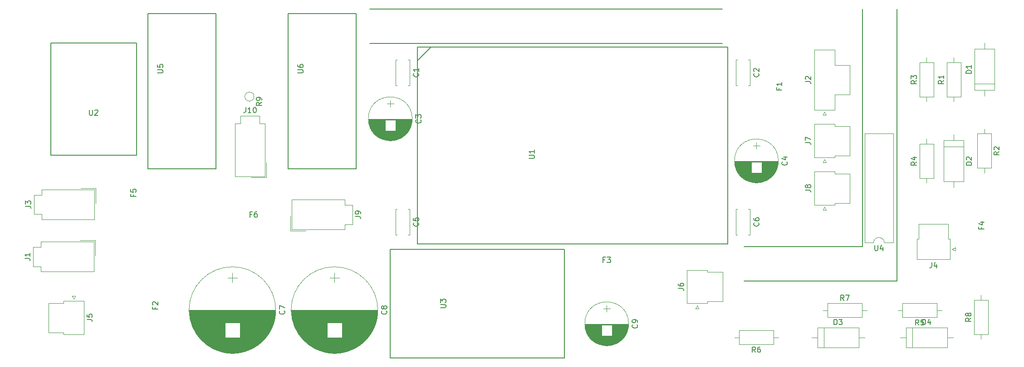
<source format=gbr>
G04 #@! TF.FileFunction,Legend,Top*
%FSLAX46Y46*%
G04 Gerber Fmt 4.6, Leading zero omitted, Abs format (unit mm)*
G04 Created by KiCad (PCBNEW 4.0.7) date 02/11/18 18:38:28*
%MOMM*%
%LPD*%
G01*
G04 APERTURE LIST*
%ADD10C,0.100000*%
%ADD11C,0.200000*%
%ADD12C,0.150000*%
%ADD13C,0.120000*%
%ADD14C,0.170000*%
G04 APERTURE END LIST*
D10*
D11*
X176167000Y-78250000D02*
X176167000Y-33800000D01*
X182567000Y-84650000D02*
X182567000Y-33800000D01*
X84167000Y-33800000D02*
X149987000Y-33800000D01*
X84167000Y-40200000D02*
X149987000Y-40200000D01*
X154017000Y-84650000D02*
X182567000Y-84650000D01*
X154017000Y-78250000D02*
X176167000Y-78250000D01*
D12*
X68961000Y-34657000D02*
X81661000Y-34657000D01*
X81661000Y-34657000D02*
X81661000Y-63657000D01*
X81661000Y-63657000D02*
X68961000Y-63657000D01*
X68961000Y-63657000D02*
X68961000Y-34657000D01*
X42799000Y-34657000D02*
X55499000Y-34657000D01*
X55499000Y-34657000D02*
X55499000Y-63657000D01*
X55499000Y-63657000D02*
X42799000Y-63657000D01*
X42799000Y-63657000D02*
X42799000Y-34657000D01*
D13*
X178197000Y-77530000D02*
G75*
G02X180197000Y-77530000I1000000J0D01*
G01*
X180197000Y-77530000D02*
X181847000Y-77530000D01*
X181847000Y-77530000D02*
X181847000Y-57090000D01*
X181847000Y-57090000D02*
X176547000Y-57090000D01*
X176547000Y-57090000D02*
X176547000Y-77530000D01*
X176547000Y-77530000D02*
X178197000Y-77530000D01*
D12*
X88002000Y-99060000D02*
X120532000Y-99060000D01*
X88002000Y-78740000D02*
X120532000Y-78740000D01*
X88002000Y-99060000D02*
X88002000Y-78740000D01*
X120532000Y-99060000D02*
X120532000Y-78740000D01*
X40639000Y-40173000D02*
X40639000Y-61173000D01*
X40639000Y-61173000D02*
X24639000Y-61173000D01*
X24639000Y-61173000D02*
X24639000Y-40173000D01*
X24639000Y-40173000D02*
X40639000Y-40173000D01*
D14*
X93091000Y-40894000D02*
X93091000Y-77724000D01*
X93091000Y-77724000D02*
X151003000Y-77724000D01*
X93091000Y-43434000D02*
X95631000Y-40894000D01*
X93091000Y-40894000D02*
X151003000Y-40894000D01*
X151003000Y-40894000D02*
X151003000Y-77724000D01*
D13*
X196937000Y-94650000D02*
X199557000Y-94650000D01*
X199557000Y-94650000D02*
X199557000Y-88230000D01*
X199557000Y-88230000D02*
X196937000Y-88230000D01*
X196937000Y-88230000D02*
X196937000Y-94650000D01*
X198247000Y-95540000D02*
X198247000Y-94650000D01*
X198247000Y-87340000D02*
X198247000Y-88230000D01*
X169637000Y-88860000D02*
X169637000Y-91480000D01*
X169637000Y-91480000D02*
X176057000Y-91480000D01*
X176057000Y-91480000D02*
X176057000Y-88860000D01*
X176057000Y-88860000D02*
X169637000Y-88860000D01*
X168747000Y-90170000D02*
X169637000Y-90170000D01*
X176947000Y-90170000D02*
X176057000Y-90170000D01*
X159547000Y-96560000D02*
X159547000Y-93940000D01*
X159547000Y-93940000D02*
X153127000Y-93940000D01*
X153127000Y-93940000D02*
X153127000Y-96560000D01*
X153127000Y-96560000D02*
X159547000Y-96560000D01*
X160437000Y-95250000D02*
X159547000Y-95250000D01*
X152237000Y-95250000D02*
X153127000Y-95250000D01*
X190027000Y-91480000D02*
X190027000Y-88860000D01*
X190027000Y-88860000D02*
X183607000Y-88860000D01*
X183607000Y-88860000D02*
X183607000Y-91480000D01*
X183607000Y-91480000D02*
X190027000Y-91480000D01*
X190917000Y-90170000D02*
X190027000Y-90170000D01*
X182717000Y-90170000D02*
X183607000Y-90170000D01*
X186777000Y-65440000D02*
X189397000Y-65440000D01*
X189397000Y-65440000D02*
X189397000Y-59020000D01*
X189397000Y-59020000D02*
X186777000Y-59020000D01*
X186777000Y-59020000D02*
X186777000Y-65440000D01*
X188087000Y-66330000D02*
X188087000Y-65440000D01*
X188087000Y-58130000D02*
X188087000Y-59020000D01*
X186777000Y-50200000D02*
X189397000Y-50200000D01*
X189397000Y-50200000D02*
X189397000Y-43780000D01*
X189397000Y-43780000D02*
X186777000Y-43780000D01*
X186777000Y-43780000D02*
X186777000Y-50200000D01*
X188087000Y-51090000D02*
X188087000Y-50200000D01*
X188087000Y-42890000D02*
X188087000Y-43780000D01*
X200192000Y-57115000D02*
X197572000Y-57115000D01*
X197572000Y-57115000D02*
X197572000Y-63535000D01*
X197572000Y-63535000D02*
X200192000Y-63535000D01*
X200192000Y-63535000D02*
X200192000Y-57115000D01*
X198882000Y-56225000D02*
X198882000Y-57115000D01*
X198882000Y-64425000D02*
X198882000Y-63535000D01*
X191857000Y-50200000D02*
X194477000Y-50200000D01*
X194477000Y-50200000D02*
X194477000Y-43780000D01*
X194477000Y-43780000D02*
X191857000Y-43780000D01*
X191857000Y-43780000D02*
X191857000Y-50200000D01*
X193167000Y-51090000D02*
X193167000Y-50200000D01*
X193167000Y-42890000D02*
X193167000Y-43780000D01*
X69659000Y-72263000D02*
X69659000Y-75063000D01*
X69659000Y-75063000D02*
X79559000Y-75063000D01*
X79559000Y-75063000D02*
X79559000Y-74063000D01*
X79559000Y-74063000D02*
X80959000Y-74063000D01*
X80959000Y-74063000D02*
X80959000Y-72263000D01*
X69659000Y-72263000D02*
X69659000Y-69463000D01*
X69659000Y-69463000D02*
X79559000Y-69463000D01*
X79559000Y-69463000D02*
X79559000Y-70463000D01*
X79559000Y-70463000D02*
X80959000Y-70463000D01*
X80959000Y-70463000D02*
X80959000Y-72263000D01*
X69409000Y-72463000D02*
X69409000Y-75313000D01*
X69409000Y-75313000D02*
X72259000Y-75313000D01*
X167147000Y-67330000D02*
X167147000Y-70450000D01*
X167147000Y-70450000D02*
X170927000Y-70450000D01*
X170927000Y-70450000D02*
X170927000Y-70080000D01*
X170927000Y-70080000D02*
X173787000Y-70080000D01*
X173787000Y-70080000D02*
X173787000Y-67330000D01*
X167147000Y-67330000D02*
X167147000Y-64210000D01*
X167147000Y-64210000D02*
X170927000Y-64210000D01*
X170927000Y-64210000D02*
X170927000Y-64580000D01*
X170927000Y-64580000D02*
X173787000Y-64580000D01*
X173787000Y-64580000D02*
X173787000Y-67330000D01*
X169037000Y-70800000D02*
X169337000Y-71400000D01*
X169337000Y-71400000D02*
X168737000Y-71400000D01*
X168737000Y-71400000D02*
X169037000Y-70800000D01*
X167147000Y-58440000D02*
X167147000Y-61560000D01*
X167147000Y-61560000D02*
X170927000Y-61560000D01*
X170927000Y-61560000D02*
X170927000Y-61190000D01*
X170927000Y-61190000D02*
X173787000Y-61190000D01*
X173787000Y-61190000D02*
X173787000Y-58440000D01*
X167147000Y-58440000D02*
X167147000Y-55320000D01*
X167147000Y-55320000D02*
X170927000Y-55320000D01*
X170927000Y-55320000D02*
X170927000Y-55690000D01*
X170927000Y-55690000D02*
X173787000Y-55690000D01*
X173787000Y-55690000D02*
X173787000Y-58440000D01*
X169037000Y-61910000D02*
X169337000Y-62510000D01*
X169337000Y-62510000D02*
X168737000Y-62510000D01*
X168737000Y-62510000D02*
X169037000Y-61910000D01*
X143398000Y-85745000D02*
X143398000Y-88865000D01*
X143398000Y-88865000D02*
X147178000Y-88865000D01*
X147178000Y-88865000D02*
X147178000Y-88495000D01*
X147178000Y-88495000D02*
X150038000Y-88495000D01*
X150038000Y-88495000D02*
X150038000Y-85745000D01*
X143398000Y-85745000D02*
X143398000Y-82625000D01*
X143398000Y-82625000D02*
X147178000Y-82625000D01*
X147178000Y-82625000D02*
X147178000Y-82995000D01*
X147178000Y-82995000D02*
X150038000Y-82995000D01*
X150038000Y-82995000D02*
X150038000Y-85745000D01*
X145288000Y-89215000D02*
X145588000Y-89815000D01*
X145588000Y-89815000D02*
X144988000Y-89815000D01*
X144988000Y-89815000D02*
X145288000Y-89215000D01*
X30846000Y-91547000D02*
X30846000Y-88427000D01*
X30846000Y-88427000D02*
X27066000Y-88427000D01*
X27066000Y-88427000D02*
X27066000Y-88797000D01*
X27066000Y-88797000D02*
X24206000Y-88797000D01*
X24206000Y-88797000D02*
X24206000Y-91547000D01*
X30846000Y-91547000D02*
X30846000Y-94667000D01*
X30846000Y-94667000D02*
X27066000Y-94667000D01*
X27066000Y-94667000D02*
X27066000Y-94297000D01*
X27066000Y-94297000D02*
X24206000Y-94297000D01*
X24206000Y-94297000D02*
X24206000Y-91547000D01*
X28956000Y-88077000D02*
X28656000Y-87477000D01*
X28656000Y-87477000D02*
X29256000Y-87477000D01*
X29256000Y-87477000D02*
X28956000Y-88077000D01*
X32830000Y-70358000D02*
X32830000Y-67558000D01*
X32830000Y-67558000D02*
X22930000Y-67558000D01*
X22930000Y-67558000D02*
X22930000Y-68558000D01*
X22930000Y-68558000D02*
X21530000Y-68558000D01*
X21530000Y-68558000D02*
X21530000Y-70358000D01*
X32830000Y-70358000D02*
X32830000Y-73158000D01*
X32830000Y-73158000D02*
X22930000Y-73158000D01*
X22930000Y-73158000D02*
X22930000Y-72158000D01*
X22930000Y-72158000D02*
X21530000Y-72158000D01*
X21530000Y-72158000D02*
X21530000Y-70358000D01*
X33080000Y-70158000D02*
X33080000Y-67308000D01*
X33080000Y-67308000D02*
X30230000Y-67308000D01*
X167147000Y-47050000D02*
X167147000Y-52670000D01*
X167147000Y-52670000D02*
X170927000Y-52670000D01*
X170927000Y-52670000D02*
X170927000Y-49800000D01*
X170927000Y-49800000D02*
X173787000Y-49800000D01*
X173787000Y-49800000D02*
X173787000Y-47050000D01*
X167147000Y-47050000D02*
X167147000Y-41430000D01*
X167147000Y-41430000D02*
X170927000Y-41430000D01*
X170927000Y-41430000D02*
X170927000Y-44300000D01*
X170927000Y-44300000D02*
X173787000Y-44300000D01*
X173787000Y-44300000D02*
X173787000Y-47050000D01*
X169037000Y-53020000D02*
X169337000Y-53620000D01*
X169337000Y-53620000D02*
X168737000Y-53620000D01*
X168737000Y-53620000D02*
X169037000Y-53020000D01*
X32703000Y-80137000D02*
X32703000Y-77337000D01*
X32703000Y-77337000D02*
X22803000Y-77337000D01*
X22803000Y-77337000D02*
X22803000Y-78337000D01*
X22803000Y-78337000D02*
X21403000Y-78337000D01*
X21403000Y-78337000D02*
X21403000Y-80137000D01*
X32703000Y-80137000D02*
X32703000Y-82937000D01*
X32703000Y-82937000D02*
X22803000Y-82937000D01*
X22803000Y-82937000D02*
X22803000Y-81937000D01*
X22803000Y-81937000D02*
X21403000Y-81937000D01*
X21403000Y-81937000D02*
X21403000Y-80137000D01*
X32953000Y-79937000D02*
X32953000Y-77087000D01*
X32953000Y-77087000D02*
X30103000Y-77087000D01*
X184227000Y-93390000D02*
X184227000Y-97110000D01*
X184227000Y-97110000D02*
X191947000Y-97110000D01*
X191947000Y-97110000D02*
X191947000Y-93390000D01*
X191947000Y-93390000D02*
X184227000Y-93390000D01*
X183117000Y-95250000D02*
X184227000Y-95250000D01*
X193057000Y-95250000D02*
X191947000Y-95250000D01*
X185427000Y-93390000D02*
X185427000Y-97110000D01*
X167717000Y-93390000D02*
X167717000Y-97110000D01*
X167717000Y-97110000D02*
X175437000Y-97110000D01*
X175437000Y-97110000D02*
X175437000Y-93390000D01*
X175437000Y-93390000D02*
X167717000Y-93390000D01*
X166607000Y-95250000D02*
X167717000Y-95250000D01*
X176547000Y-95250000D02*
X175437000Y-95250000D01*
X168917000Y-93390000D02*
X168917000Y-97110000D01*
X195027000Y-58370000D02*
X191307000Y-58370000D01*
X191307000Y-58370000D02*
X191307000Y-66090000D01*
X191307000Y-66090000D02*
X195027000Y-66090000D01*
X195027000Y-66090000D02*
X195027000Y-58370000D01*
X193167000Y-57260000D02*
X193167000Y-58370000D01*
X193167000Y-67200000D02*
X193167000Y-66090000D01*
X195027000Y-59570000D02*
X191307000Y-59570000D01*
X197022000Y-48945000D02*
X200742000Y-48945000D01*
X200742000Y-48945000D02*
X200742000Y-41225000D01*
X200742000Y-41225000D02*
X197022000Y-41225000D01*
X197022000Y-41225000D02*
X197022000Y-48945000D01*
X198882000Y-50055000D02*
X198882000Y-48945000D01*
X198882000Y-40115000D02*
X198882000Y-41225000D01*
X197022000Y-47745000D02*
X200742000Y-47745000D01*
X132487000Y-92690000D02*
G75*
G03X132487000Y-92690000I-4090000J0D01*
G01*
X132447000Y-92690000D02*
X124347000Y-92690000D01*
X132447000Y-92730000D02*
X124347000Y-92730000D01*
X132447000Y-92770000D02*
X124347000Y-92770000D01*
X132446000Y-92810000D02*
X124348000Y-92810000D01*
X132444000Y-92850000D02*
X124350000Y-92850000D01*
X132443000Y-92890000D02*
X124351000Y-92890000D01*
X132440000Y-92930000D02*
X124354000Y-92930000D01*
X132438000Y-92970000D02*
X129377000Y-92970000D01*
X127417000Y-92970000D02*
X124356000Y-92970000D01*
X132435000Y-93010000D02*
X129377000Y-93010000D01*
X127417000Y-93010000D02*
X124359000Y-93010000D01*
X132432000Y-93050000D02*
X129377000Y-93050000D01*
X127417000Y-93050000D02*
X124362000Y-93050000D01*
X132428000Y-93090000D02*
X129377000Y-93090000D01*
X127417000Y-93090000D02*
X124366000Y-93090000D01*
X132424000Y-93130000D02*
X129377000Y-93130000D01*
X127417000Y-93130000D02*
X124370000Y-93130000D01*
X132419000Y-93170000D02*
X129377000Y-93170000D01*
X127417000Y-93170000D02*
X124375000Y-93170000D01*
X132414000Y-93210000D02*
X129377000Y-93210000D01*
X127417000Y-93210000D02*
X124380000Y-93210000D01*
X132409000Y-93250000D02*
X129377000Y-93250000D01*
X127417000Y-93250000D02*
X124385000Y-93250000D01*
X132403000Y-93290000D02*
X129377000Y-93290000D01*
X127417000Y-93290000D02*
X124391000Y-93290000D01*
X132397000Y-93330000D02*
X129377000Y-93330000D01*
X127417000Y-93330000D02*
X124397000Y-93330000D01*
X132391000Y-93370000D02*
X129377000Y-93370000D01*
X127417000Y-93370000D02*
X124403000Y-93370000D01*
X132384000Y-93411000D02*
X129377000Y-93411000D01*
X127417000Y-93411000D02*
X124410000Y-93411000D01*
X132376000Y-93451000D02*
X129377000Y-93451000D01*
X127417000Y-93451000D02*
X124418000Y-93451000D01*
X132368000Y-93491000D02*
X129377000Y-93491000D01*
X127417000Y-93491000D02*
X124426000Y-93491000D01*
X132360000Y-93531000D02*
X129377000Y-93531000D01*
X127417000Y-93531000D02*
X124434000Y-93531000D01*
X132352000Y-93571000D02*
X129377000Y-93571000D01*
X127417000Y-93571000D02*
X124442000Y-93571000D01*
X132343000Y-93611000D02*
X129377000Y-93611000D01*
X127417000Y-93611000D02*
X124451000Y-93611000D01*
X132333000Y-93651000D02*
X129377000Y-93651000D01*
X127417000Y-93651000D02*
X124461000Y-93651000D01*
X132323000Y-93691000D02*
X129377000Y-93691000D01*
X127417000Y-93691000D02*
X124471000Y-93691000D01*
X132313000Y-93731000D02*
X129377000Y-93731000D01*
X127417000Y-93731000D02*
X124481000Y-93731000D01*
X132302000Y-93771000D02*
X129377000Y-93771000D01*
X127417000Y-93771000D02*
X124492000Y-93771000D01*
X132291000Y-93811000D02*
X129377000Y-93811000D01*
X127417000Y-93811000D02*
X124503000Y-93811000D01*
X132280000Y-93851000D02*
X129377000Y-93851000D01*
X127417000Y-93851000D02*
X124514000Y-93851000D01*
X132267000Y-93891000D02*
X129377000Y-93891000D01*
X127417000Y-93891000D02*
X124527000Y-93891000D01*
X132255000Y-93931000D02*
X129377000Y-93931000D01*
X127417000Y-93931000D02*
X124539000Y-93931000D01*
X132242000Y-93971000D02*
X129377000Y-93971000D01*
X127417000Y-93971000D02*
X124552000Y-93971000D01*
X132229000Y-94011000D02*
X129377000Y-94011000D01*
X127417000Y-94011000D02*
X124565000Y-94011000D01*
X132215000Y-94051000D02*
X129377000Y-94051000D01*
X127417000Y-94051000D02*
X124579000Y-94051000D01*
X132200000Y-94091000D02*
X129377000Y-94091000D01*
X127417000Y-94091000D02*
X124594000Y-94091000D01*
X132186000Y-94131000D02*
X129377000Y-94131000D01*
X127417000Y-94131000D02*
X124608000Y-94131000D01*
X132170000Y-94171000D02*
X129377000Y-94171000D01*
X127417000Y-94171000D02*
X124624000Y-94171000D01*
X132155000Y-94211000D02*
X129377000Y-94211000D01*
X127417000Y-94211000D02*
X124639000Y-94211000D01*
X132138000Y-94251000D02*
X129377000Y-94251000D01*
X127417000Y-94251000D02*
X124656000Y-94251000D01*
X132122000Y-94291000D02*
X129377000Y-94291000D01*
X127417000Y-94291000D02*
X124672000Y-94291000D01*
X132104000Y-94331000D02*
X129377000Y-94331000D01*
X127417000Y-94331000D02*
X124690000Y-94331000D01*
X132087000Y-94371000D02*
X129377000Y-94371000D01*
X127417000Y-94371000D02*
X124707000Y-94371000D01*
X132068000Y-94411000D02*
X129377000Y-94411000D01*
X127417000Y-94411000D02*
X124726000Y-94411000D01*
X132049000Y-94451000D02*
X129377000Y-94451000D01*
X127417000Y-94451000D02*
X124745000Y-94451000D01*
X132030000Y-94491000D02*
X129377000Y-94491000D01*
X127417000Y-94491000D02*
X124764000Y-94491000D01*
X132010000Y-94531000D02*
X129377000Y-94531000D01*
X127417000Y-94531000D02*
X124784000Y-94531000D01*
X131990000Y-94571000D02*
X129377000Y-94571000D01*
X127417000Y-94571000D02*
X124804000Y-94571000D01*
X131969000Y-94611000D02*
X129377000Y-94611000D01*
X127417000Y-94611000D02*
X124825000Y-94611000D01*
X131947000Y-94651000D02*
X129377000Y-94651000D01*
X127417000Y-94651000D02*
X124847000Y-94651000D01*
X131925000Y-94691000D02*
X129377000Y-94691000D01*
X127417000Y-94691000D02*
X124869000Y-94691000D01*
X131902000Y-94731000D02*
X129377000Y-94731000D01*
X127417000Y-94731000D02*
X124892000Y-94731000D01*
X131879000Y-94771000D02*
X129377000Y-94771000D01*
X127417000Y-94771000D02*
X124915000Y-94771000D01*
X131855000Y-94811000D02*
X129377000Y-94811000D01*
X127417000Y-94811000D02*
X124939000Y-94811000D01*
X131831000Y-94851000D02*
X129377000Y-94851000D01*
X127417000Y-94851000D02*
X124963000Y-94851000D01*
X131805000Y-94891000D02*
X129377000Y-94891000D01*
X127417000Y-94891000D02*
X124989000Y-94891000D01*
X131780000Y-94931000D02*
X125014000Y-94931000D01*
X131753000Y-94971000D02*
X125041000Y-94971000D01*
X131726000Y-95011000D02*
X125068000Y-95011000D01*
X131698000Y-95051000D02*
X125096000Y-95051000D01*
X131669000Y-95091000D02*
X125125000Y-95091000D01*
X131640000Y-95131000D02*
X125154000Y-95131000D01*
X131610000Y-95171000D02*
X125184000Y-95171000D01*
X131579000Y-95211000D02*
X125215000Y-95211000D01*
X131547000Y-95251000D02*
X125247000Y-95251000D01*
X131515000Y-95291000D02*
X125279000Y-95291000D01*
X131481000Y-95331000D02*
X125313000Y-95331000D01*
X131447000Y-95371000D02*
X125347000Y-95371000D01*
X131412000Y-95411000D02*
X125382000Y-95411000D01*
X131376000Y-95451000D02*
X125418000Y-95451000D01*
X131339000Y-95491000D02*
X125455000Y-95491000D01*
X131301000Y-95531000D02*
X125493000Y-95531000D01*
X131262000Y-95571000D02*
X125532000Y-95571000D01*
X131221000Y-95611000D02*
X125573000Y-95611000D01*
X131180000Y-95651000D02*
X125614000Y-95651000D01*
X131137000Y-95691000D02*
X125657000Y-95691000D01*
X131094000Y-95731000D02*
X125700000Y-95731000D01*
X131049000Y-95771000D02*
X125745000Y-95771000D01*
X131002000Y-95811000D02*
X125792000Y-95811000D01*
X130954000Y-95851000D02*
X125840000Y-95851000D01*
X130905000Y-95891000D02*
X125889000Y-95891000D01*
X130854000Y-95931000D02*
X125940000Y-95931000D01*
X130801000Y-95971000D02*
X125993000Y-95971000D01*
X130746000Y-96011000D02*
X126048000Y-96011000D01*
X130690000Y-96051000D02*
X126104000Y-96051000D01*
X130631000Y-96091000D02*
X126163000Y-96091000D01*
X130570000Y-96131000D02*
X126224000Y-96131000D01*
X130506000Y-96171000D02*
X126288000Y-96171000D01*
X130440000Y-96211000D02*
X126354000Y-96211000D01*
X130371000Y-96251000D02*
X126423000Y-96251000D01*
X130299000Y-96291000D02*
X126495000Y-96291000D01*
X130223000Y-96331000D02*
X126571000Y-96331000D01*
X130142000Y-96371000D02*
X126652000Y-96371000D01*
X130057000Y-96411000D02*
X126737000Y-96411000D01*
X129967000Y-96451000D02*
X126827000Y-96451000D01*
X129870000Y-96491000D02*
X126924000Y-96491000D01*
X129766000Y-96531000D02*
X127028000Y-96531000D01*
X129651000Y-96571000D02*
X127143000Y-96571000D01*
X129524000Y-96611000D02*
X127270000Y-96611000D01*
X129380000Y-96651000D02*
X127414000Y-96651000D01*
X129211000Y-96691000D02*
X127583000Y-96691000D01*
X128995000Y-96731000D02*
X127799000Y-96731000D01*
X128643000Y-96771000D02*
X128151000Y-96771000D01*
X128397000Y-89240000D02*
X128397000Y-90440000D01*
X129047000Y-89840000D02*
X127747000Y-89840000D01*
X85687000Y-90110000D02*
G75*
G03X85687000Y-90110000I-8090000J0D01*
G01*
X85648000Y-90110000D02*
X69546000Y-90110000D01*
X85647000Y-90150000D02*
X69547000Y-90150000D01*
X85647000Y-90190000D02*
X69547000Y-90190000D01*
X85647000Y-90230000D02*
X69547000Y-90230000D01*
X85646000Y-90270000D02*
X69548000Y-90270000D01*
X85645000Y-90310000D02*
X69549000Y-90310000D01*
X85644000Y-90350000D02*
X69550000Y-90350000D01*
X85643000Y-90390000D02*
X69551000Y-90390000D01*
X85641000Y-90430000D02*
X69553000Y-90430000D01*
X85639000Y-90470000D02*
X69555000Y-90470000D01*
X85638000Y-90510000D02*
X69556000Y-90510000D01*
X85636000Y-90550000D02*
X69558000Y-90550000D01*
X85633000Y-90590000D02*
X69561000Y-90590000D01*
X85631000Y-90630000D02*
X69563000Y-90630000D01*
X85628000Y-90670000D02*
X69566000Y-90670000D01*
X85625000Y-90710000D02*
X69569000Y-90710000D01*
X85622000Y-90750000D02*
X69572000Y-90750000D01*
X85619000Y-90790000D02*
X69575000Y-90790000D01*
X85615000Y-90831000D02*
X69579000Y-90831000D01*
X85612000Y-90871000D02*
X69582000Y-90871000D01*
X85608000Y-90911000D02*
X69586000Y-90911000D01*
X85604000Y-90951000D02*
X69590000Y-90951000D01*
X85599000Y-90991000D02*
X69595000Y-90991000D01*
X85595000Y-91031000D02*
X69599000Y-91031000D01*
X85590000Y-91071000D02*
X69604000Y-91071000D01*
X85585000Y-91111000D02*
X69609000Y-91111000D01*
X85580000Y-91151000D02*
X69614000Y-91151000D01*
X85575000Y-91191000D02*
X69619000Y-91191000D01*
X85570000Y-91231000D02*
X69624000Y-91231000D01*
X85564000Y-91271000D02*
X69630000Y-91271000D01*
X85558000Y-91311000D02*
X69636000Y-91311000D01*
X85552000Y-91351000D02*
X69642000Y-91351000D01*
X85546000Y-91391000D02*
X69648000Y-91391000D01*
X85539000Y-91431000D02*
X69655000Y-91431000D01*
X85532000Y-91471000D02*
X69662000Y-91471000D01*
X85525000Y-91511000D02*
X69669000Y-91511000D01*
X85518000Y-91551000D02*
X69676000Y-91551000D01*
X85511000Y-91591000D02*
X69683000Y-91591000D01*
X85503000Y-91631000D02*
X69691000Y-91631000D01*
X85496000Y-91671000D02*
X69698000Y-91671000D01*
X85488000Y-91711000D02*
X69706000Y-91711000D01*
X85480000Y-91751000D02*
X69714000Y-91751000D01*
X85471000Y-91791000D02*
X69723000Y-91791000D01*
X85463000Y-91831000D02*
X69731000Y-91831000D01*
X85454000Y-91871000D02*
X69740000Y-91871000D01*
X85445000Y-91911000D02*
X69749000Y-91911000D01*
X85435000Y-91951000D02*
X69759000Y-91951000D01*
X85426000Y-91991000D02*
X69768000Y-91991000D01*
X85416000Y-92031000D02*
X69778000Y-92031000D01*
X85406000Y-92071000D02*
X69788000Y-92071000D01*
X85396000Y-92111000D02*
X69798000Y-92111000D01*
X85386000Y-92151000D02*
X69808000Y-92151000D01*
X85376000Y-92191000D02*
X69818000Y-92191000D01*
X85365000Y-92231000D02*
X69829000Y-92231000D01*
X85354000Y-92271000D02*
X69840000Y-92271000D01*
X85343000Y-92311000D02*
X69851000Y-92311000D01*
X85331000Y-92351000D02*
X69863000Y-92351000D01*
X85320000Y-92391000D02*
X69874000Y-92391000D01*
X85308000Y-92431000D02*
X69886000Y-92431000D01*
X85296000Y-92471000D02*
X69898000Y-92471000D01*
X85283000Y-92511000D02*
X78977000Y-92511000D01*
X76217000Y-92511000D02*
X69911000Y-92511000D01*
X85271000Y-92551000D02*
X78977000Y-92551000D01*
X76217000Y-92551000D02*
X69923000Y-92551000D01*
X85258000Y-92591000D02*
X78977000Y-92591000D01*
X76217000Y-92591000D02*
X69936000Y-92591000D01*
X85245000Y-92631000D02*
X78977000Y-92631000D01*
X76217000Y-92631000D02*
X69949000Y-92631000D01*
X85232000Y-92671000D02*
X78977000Y-92671000D01*
X76217000Y-92671000D02*
X69962000Y-92671000D01*
X85218000Y-92711000D02*
X78977000Y-92711000D01*
X76217000Y-92711000D02*
X69976000Y-92711000D01*
X85205000Y-92751000D02*
X78977000Y-92751000D01*
X76217000Y-92751000D02*
X69989000Y-92751000D01*
X85191000Y-92791000D02*
X78977000Y-92791000D01*
X76217000Y-92791000D02*
X70003000Y-92791000D01*
X85177000Y-92831000D02*
X78977000Y-92831000D01*
X76217000Y-92831000D02*
X70017000Y-92831000D01*
X85162000Y-92871000D02*
X78977000Y-92871000D01*
X76217000Y-92871000D02*
X70032000Y-92871000D01*
X85147000Y-92911000D02*
X78977000Y-92911000D01*
X76217000Y-92911000D02*
X70047000Y-92911000D01*
X85133000Y-92951000D02*
X78977000Y-92951000D01*
X76217000Y-92951000D02*
X70061000Y-92951000D01*
X85118000Y-92991000D02*
X78977000Y-92991000D01*
X76217000Y-92991000D02*
X70076000Y-92991000D01*
X85102000Y-93031000D02*
X78977000Y-93031000D01*
X76217000Y-93031000D02*
X70092000Y-93031000D01*
X85087000Y-93071000D02*
X78977000Y-93071000D01*
X76217000Y-93071000D02*
X70107000Y-93071000D01*
X85071000Y-93111000D02*
X78977000Y-93111000D01*
X76217000Y-93111000D02*
X70123000Y-93111000D01*
X85055000Y-93151000D02*
X78977000Y-93151000D01*
X76217000Y-93151000D02*
X70139000Y-93151000D01*
X85038000Y-93191000D02*
X78977000Y-93191000D01*
X76217000Y-93191000D02*
X70156000Y-93191000D01*
X85022000Y-93231000D02*
X78977000Y-93231000D01*
X76217000Y-93231000D02*
X70172000Y-93231000D01*
X85005000Y-93271000D02*
X78977000Y-93271000D01*
X76217000Y-93271000D02*
X70189000Y-93271000D01*
X84988000Y-93311000D02*
X78977000Y-93311000D01*
X76217000Y-93311000D02*
X70206000Y-93311000D01*
X84970000Y-93351000D02*
X78977000Y-93351000D01*
X76217000Y-93351000D02*
X70224000Y-93351000D01*
X84953000Y-93391000D02*
X78977000Y-93391000D01*
X76217000Y-93391000D02*
X70241000Y-93391000D01*
X84935000Y-93431000D02*
X78977000Y-93431000D01*
X76217000Y-93431000D02*
X70259000Y-93431000D01*
X84917000Y-93471000D02*
X78977000Y-93471000D01*
X76217000Y-93471000D02*
X70277000Y-93471000D01*
X84898000Y-93511000D02*
X78977000Y-93511000D01*
X76217000Y-93511000D02*
X70296000Y-93511000D01*
X84880000Y-93551000D02*
X78977000Y-93551000D01*
X76217000Y-93551000D02*
X70314000Y-93551000D01*
X84861000Y-93591000D02*
X78977000Y-93591000D01*
X76217000Y-93591000D02*
X70333000Y-93591000D01*
X84842000Y-93631000D02*
X78977000Y-93631000D01*
X76217000Y-93631000D02*
X70352000Y-93631000D01*
X84822000Y-93671000D02*
X78977000Y-93671000D01*
X76217000Y-93671000D02*
X70372000Y-93671000D01*
X84802000Y-93711000D02*
X78977000Y-93711000D01*
X76217000Y-93711000D02*
X70392000Y-93711000D01*
X84782000Y-93751000D02*
X78977000Y-93751000D01*
X76217000Y-93751000D02*
X70412000Y-93751000D01*
X84762000Y-93791000D02*
X78977000Y-93791000D01*
X76217000Y-93791000D02*
X70432000Y-93791000D01*
X84741000Y-93831000D02*
X78977000Y-93831000D01*
X76217000Y-93831000D02*
X70453000Y-93831000D01*
X84721000Y-93871000D02*
X78977000Y-93871000D01*
X76217000Y-93871000D02*
X70473000Y-93871000D01*
X84699000Y-93911000D02*
X78977000Y-93911000D01*
X76217000Y-93911000D02*
X70495000Y-93911000D01*
X84678000Y-93951000D02*
X78977000Y-93951000D01*
X76217000Y-93951000D02*
X70516000Y-93951000D01*
X84656000Y-93991000D02*
X78977000Y-93991000D01*
X76217000Y-93991000D02*
X70538000Y-93991000D01*
X84634000Y-94031000D02*
X78977000Y-94031000D01*
X76217000Y-94031000D02*
X70560000Y-94031000D01*
X84612000Y-94071000D02*
X78977000Y-94071000D01*
X76217000Y-94071000D02*
X70582000Y-94071000D01*
X84589000Y-94111000D02*
X78977000Y-94111000D01*
X76217000Y-94111000D02*
X70605000Y-94111000D01*
X84567000Y-94151000D02*
X78977000Y-94151000D01*
X76217000Y-94151000D02*
X70627000Y-94151000D01*
X84543000Y-94191000D02*
X78977000Y-94191000D01*
X76217000Y-94191000D02*
X70651000Y-94191000D01*
X84520000Y-94231000D02*
X78977000Y-94231000D01*
X76217000Y-94231000D02*
X70674000Y-94231000D01*
X84496000Y-94271000D02*
X78977000Y-94271000D01*
X76217000Y-94271000D02*
X70698000Y-94271000D01*
X84472000Y-94311000D02*
X78977000Y-94311000D01*
X76217000Y-94311000D02*
X70722000Y-94311000D01*
X84447000Y-94351000D02*
X78977000Y-94351000D01*
X76217000Y-94351000D02*
X70747000Y-94351000D01*
X84423000Y-94391000D02*
X78977000Y-94391000D01*
X76217000Y-94391000D02*
X70771000Y-94391000D01*
X84398000Y-94431000D02*
X78977000Y-94431000D01*
X76217000Y-94431000D02*
X70796000Y-94431000D01*
X84372000Y-94471000D02*
X78977000Y-94471000D01*
X76217000Y-94471000D02*
X70822000Y-94471000D01*
X84346000Y-94511000D02*
X78977000Y-94511000D01*
X76217000Y-94511000D02*
X70848000Y-94511000D01*
X84320000Y-94551000D02*
X78977000Y-94551000D01*
X76217000Y-94551000D02*
X70874000Y-94551000D01*
X84294000Y-94591000D02*
X78977000Y-94591000D01*
X76217000Y-94591000D02*
X70900000Y-94591000D01*
X84267000Y-94631000D02*
X78977000Y-94631000D01*
X76217000Y-94631000D02*
X70927000Y-94631000D01*
X84240000Y-94671000D02*
X78977000Y-94671000D01*
X76217000Y-94671000D02*
X70954000Y-94671000D01*
X84212000Y-94711000D02*
X78977000Y-94711000D01*
X76217000Y-94711000D02*
X70982000Y-94711000D01*
X84185000Y-94751000D02*
X78977000Y-94751000D01*
X76217000Y-94751000D02*
X71009000Y-94751000D01*
X84156000Y-94791000D02*
X78977000Y-94791000D01*
X76217000Y-94791000D02*
X71038000Y-94791000D01*
X84128000Y-94831000D02*
X78977000Y-94831000D01*
X76217000Y-94831000D02*
X71066000Y-94831000D01*
X84099000Y-94871000D02*
X78977000Y-94871000D01*
X76217000Y-94871000D02*
X71095000Y-94871000D01*
X84070000Y-94911000D02*
X78977000Y-94911000D01*
X76217000Y-94911000D02*
X71124000Y-94911000D01*
X84040000Y-94951000D02*
X78977000Y-94951000D01*
X76217000Y-94951000D02*
X71154000Y-94951000D01*
X84010000Y-94991000D02*
X78977000Y-94991000D01*
X76217000Y-94991000D02*
X71184000Y-94991000D01*
X83979000Y-95031000D02*
X78977000Y-95031000D01*
X76217000Y-95031000D02*
X71215000Y-95031000D01*
X83949000Y-95071000D02*
X78977000Y-95071000D01*
X76217000Y-95071000D02*
X71245000Y-95071000D01*
X83917000Y-95111000D02*
X78977000Y-95111000D01*
X76217000Y-95111000D02*
X71277000Y-95111000D01*
X83886000Y-95151000D02*
X78977000Y-95151000D01*
X76217000Y-95151000D02*
X71308000Y-95151000D01*
X83854000Y-95191000D02*
X78977000Y-95191000D01*
X76217000Y-95191000D02*
X71340000Y-95191000D01*
X83821000Y-95231000D02*
X78977000Y-95231000D01*
X76217000Y-95231000D02*
X71373000Y-95231000D01*
X83788000Y-95271000D02*
X71406000Y-95271000D01*
X83755000Y-95311000D02*
X71439000Y-95311000D01*
X83721000Y-95351000D02*
X71473000Y-95351000D01*
X83687000Y-95391000D02*
X71507000Y-95391000D01*
X83652000Y-95431000D02*
X71542000Y-95431000D01*
X83617000Y-95471000D02*
X71577000Y-95471000D01*
X83581000Y-95511000D02*
X71613000Y-95511000D01*
X83545000Y-95551000D02*
X71649000Y-95551000D01*
X83509000Y-95591000D02*
X71685000Y-95591000D01*
X83472000Y-95631000D02*
X71722000Y-95631000D01*
X83434000Y-95671000D02*
X71760000Y-95671000D01*
X83396000Y-95711000D02*
X71798000Y-95711000D01*
X83357000Y-95751000D02*
X71837000Y-95751000D01*
X83318000Y-95791000D02*
X71876000Y-95791000D01*
X83278000Y-95831000D02*
X71916000Y-95831000D01*
X83238000Y-95871000D02*
X71956000Y-95871000D01*
X83197000Y-95911000D02*
X71997000Y-95911000D01*
X83156000Y-95951000D02*
X72038000Y-95951000D01*
X83114000Y-95991000D02*
X72080000Y-95991000D01*
X83071000Y-96031000D02*
X72123000Y-96031000D01*
X83028000Y-96071000D02*
X72166000Y-96071000D01*
X82984000Y-96111000D02*
X72210000Y-96111000D01*
X82940000Y-96151000D02*
X72254000Y-96151000D01*
X82894000Y-96191000D02*
X72300000Y-96191000D01*
X82848000Y-96231000D02*
X72346000Y-96231000D01*
X82802000Y-96271000D02*
X72392000Y-96271000D01*
X82754000Y-96311000D02*
X72440000Y-96311000D01*
X82706000Y-96351000D02*
X72488000Y-96351000D01*
X82657000Y-96391000D02*
X72537000Y-96391000D01*
X82608000Y-96431000D02*
X72586000Y-96431000D01*
X82557000Y-96471000D02*
X72637000Y-96471000D01*
X82506000Y-96511000D02*
X72688000Y-96511000D01*
X82454000Y-96551000D02*
X72740000Y-96551000D01*
X82401000Y-96591000D02*
X72793000Y-96591000D01*
X82347000Y-96631000D02*
X72847000Y-96631000D01*
X82292000Y-96671000D02*
X72902000Y-96671000D01*
X82236000Y-96711000D02*
X72958000Y-96711000D01*
X82179000Y-96751000D02*
X73015000Y-96751000D01*
X82121000Y-96791000D02*
X73073000Y-96791000D01*
X82062000Y-96831000D02*
X73132000Y-96831000D01*
X82002000Y-96871000D02*
X73192000Y-96871000D01*
X81940000Y-96911000D02*
X73254000Y-96911000D01*
X81878000Y-96951000D02*
X73316000Y-96951000D01*
X81814000Y-96991000D02*
X73380000Y-96991000D01*
X81748000Y-97031000D02*
X73446000Y-97031000D01*
X81681000Y-97071000D02*
X73513000Y-97071000D01*
X81613000Y-97111000D02*
X73581000Y-97111000D01*
X81543000Y-97151000D02*
X73651000Y-97151000D01*
X81472000Y-97191000D02*
X73722000Y-97191000D01*
X81399000Y-97231000D02*
X73795000Y-97231000D01*
X81323000Y-97271000D02*
X73871000Y-97271000D01*
X81246000Y-97311000D02*
X73948000Y-97311000D01*
X81167000Y-97351000D02*
X74027000Y-97351000D01*
X81086000Y-97391000D02*
X74108000Y-97391000D01*
X81002000Y-97431000D02*
X74192000Y-97431000D01*
X80916000Y-97471000D02*
X74278000Y-97471000D01*
X80827000Y-97511000D02*
X74367000Y-97511000D01*
X80735000Y-97551000D02*
X74459000Y-97551000D01*
X80639000Y-97591000D02*
X74555000Y-97591000D01*
X80540000Y-97631000D02*
X74654000Y-97631000D01*
X80438000Y-97671000D02*
X74756000Y-97671000D01*
X80330000Y-97711000D02*
X74864000Y-97711000D01*
X80218000Y-97751000D02*
X74976000Y-97751000D01*
X80100000Y-97791000D02*
X75094000Y-97791000D01*
X79976000Y-97831000D02*
X75218000Y-97831000D01*
X79845000Y-97871000D02*
X75349000Y-97871000D01*
X79704000Y-97911000D02*
X75490000Y-97911000D01*
X79553000Y-97951000D02*
X75641000Y-97951000D01*
X79389000Y-97991000D02*
X75805000Y-97991000D01*
X79207000Y-98031000D02*
X75987000Y-98031000D01*
X79002000Y-98071000D02*
X76192000Y-98071000D01*
X78761000Y-98111000D02*
X76433000Y-98111000D01*
X78456000Y-98151000D02*
X76738000Y-98151000D01*
X77960000Y-98191000D02*
X77234000Y-98191000D01*
X77597000Y-83160000D02*
X77597000Y-84960000D01*
X78497000Y-84060000D02*
X76697000Y-84060000D01*
X66637000Y-90110000D02*
G75*
G03X66637000Y-90110000I-8090000J0D01*
G01*
X66598000Y-90110000D02*
X50496000Y-90110000D01*
X66597000Y-90150000D02*
X50497000Y-90150000D01*
X66597000Y-90190000D02*
X50497000Y-90190000D01*
X66597000Y-90230000D02*
X50497000Y-90230000D01*
X66596000Y-90270000D02*
X50498000Y-90270000D01*
X66595000Y-90310000D02*
X50499000Y-90310000D01*
X66594000Y-90350000D02*
X50500000Y-90350000D01*
X66593000Y-90390000D02*
X50501000Y-90390000D01*
X66591000Y-90430000D02*
X50503000Y-90430000D01*
X66589000Y-90470000D02*
X50505000Y-90470000D01*
X66588000Y-90510000D02*
X50506000Y-90510000D01*
X66586000Y-90550000D02*
X50508000Y-90550000D01*
X66583000Y-90590000D02*
X50511000Y-90590000D01*
X66581000Y-90630000D02*
X50513000Y-90630000D01*
X66578000Y-90670000D02*
X50516000Y-90670000D01*
X66575000Y-90710000D02*
X50519000Y-90710000D01*
X66572000Y-90750000D02*
X50522000Y-90750000D01*
X66569000Y-90790000D02*
X50525000Y-90790000D01*
X66565000Y-90831000D02*
X50529000Y-90831000D01*
X66562000Y-90871000D02*
X50532000Y-90871000D01*
X66558000Y-90911000D02*
X50536000Y-90911000D01*
X66554000Y-90951000D02*
X50540000Y-90951000D01*
X66549000Y-90991000D02*
X50545000Y-90991000D01*
X66545000Y-91031000D02*
X50549000Y-91031000D01*
X66540000Y-91071000D02*
X50554000Y-91071000D01*
X66535000Y-91111000D02*
X50559000Y-91111000D01*
X66530000Y-91151000D02*
X50564000Y-91151000D01*
X66525000Y-91191000D02*
X50569000Y-91191000D01*
X66520000Y-91231000D02*
X50574000Y-91231000D01*
X66514000Y-91271000D02*
X50580000Y-91271000D01*
X66508000Y-91311000D02*
X50586000Y-91311000D01*
X66502000Y-91351000D02*
X50592000Y-91351000D01*
X66496000Y-91391000D02*
X50598000Y-91391000D01*
X66489000Y-91431000D02*
X50605000Y-91431000D01*
X66482000Y-91471000D02*
X50612000Y-91471000D01*
X66475000Y-91511000D02*
X50619000Y-91511000D01*
X66468000Y-91551000D02*
X50626000Y-91551000D01*
X66461000Y-91591000D02*
X50633000Y-91591000D01*
X66453000Y-91631000D02*
X50641000Y-91631000D01*
X66446000Y-91671000D02*
X50648000Y-91671000D01*
X66438000Y-91711000D02*
X50656000Y-91711000D01*
X66430000Y-91751000D02*
X50664000Y-91751000D01*
X66421000Y-91791000D02*
X50673000Y-91791000D01*
X66413000Y-91831000D02*
X50681000Y-91831000D01*
X66404000Y-91871000D02*
X50690000Y-91871000D01*
X66395000Y-91911000D02*
X50699000Y-91911000D01*
X66385000Y-91951000D02*
X50709000Y-91951000D01*
X66376000Y-91991000D02*
X50718000Y-91991000D01*
X66366000Y-92031000D02*
X50728000Y-92031000D01*
X66356000Y-92071000D02*
X50738000Y-92071000D01*
X66346000Y-92111000D02*
X50748000Y-92111000D01*
X66336000Y-92151000D02*
X50758000Y-92151000D01*
X66326000Y-92191000D02*
X50768000Y-92191000D01*
X66315000Y-92231000D02*
X50779000Y-92231000D01*
X66304000Y-92271000D02*
X50790000Y-92271000D01*
X66293000Y-92311000D02*
X50801000Y-92311000D01*
X66281000Y-92351000D02*
X50813000Y-92351000D01*
X66270000Y-92391000D02*
X50824000Y-92391000D01*
X66258000Y-92431000D02*
X50836000Y-92431000D01*
X66246000Y-92471000D02*
X50848000Y-92471000D01*
X66233000Y-92511000D02*
X59927000Y-92511000D01*
X57167000Y-92511000D02*
X50861000Y-92511000D01*
X66221000Y-92551000D02*
X59927000Y-92551000D01*
X57167000Y-92551000D02*
X50873000Y-92551000D01*
X66208000Y-92591000D02*
X59927000Y-92591000D01*
X57167000Y-92591000D02*
X50886000Y-92591000D01*
X66195000Y-92631000D02*
X59927000Y-92631000D01*
X57167000Y-92631000D02*
X50899000Y-92631000D01*
X66182000Y-92671000D02*
X59927000Y-92671000D01*
X57167000Y-92671000D02*
X50912000Y-92671000D01*
X66168000Y-92711000D02*
X59927000Y-92711000D01*
X57167000Y-92711000D02*
X50926000Y-92711000D01*
X66155000Y-92751000D02*
X59927000Y-92751000D01*
X57167000Y-92751000D02*
X50939000Y-92751000D01*
X66141000Y-92791000D02*
X59927000Y-92791000D01*
X57167000Y-92791000D02*
X50953000Y-92791000D01*
X66127000Y-92831000D02*
X59927000Y-92831000D01*
X57167000Y-92831000D02*
X50967000Y-92831000D01*
X66112000Y-92871000D02*
X59927000Y-92871000D01*
X57167000Y-92871000D02*
X50982000Y-92871000D01*
X66097000Y-92911000D02*
X59927000Y-92911000D01*
X57167000Y-92911000D02*
X50997000Y-92911000D01*
X66083000Y-92951000D02*
X59927000Y-92951000D01*
X57167000Y-92951000D02*
X51011000Y-92951000D01*
X66068000Y-92991000D02*
X59927000Y-92991000D01*
X57167000Y-92991000D02*
X51026000Y-92991000D01*
X66052000Y-93031000D02*
X59927000Y-93031000D01*
X57167000Y-93031000D02*
X51042000Y-93031000D01*
X66037000Y-93071000D02*
X59927000Y-93071000D01*
X57167000Y-93071000D02*
X51057000Y-93071000D01*
X66021000Y-93111000D02*
X59927000Y-93111000D01*
X57167000Y-93111000D02*
X51073000Y-93111000D01*
X66005000Y-93151000D02*
X59927000Y-93151000D01*
X57167000Y-93151000D02*
X51089000Y-93151000D01*
X65988000Y-93191000D02*
X59927000Y-93191000D01*
X57167000Y-93191000D02*
X51106000Y-93191000D01*
X65972000Y-93231000D02*
X59927000Y-93231000D01*
X57167000Y-93231000D02*
X51122000Y-93231000D01*
X65955000Y-93271000D02*
X59927000Y-93271000D01*
X57167000Y-93271000D02*
X51139000Y-93271000D01*
X65938000Y-93311000D02*
X59927000Y-93311000D01*
X57167000Y-93311000D02*
X51156000Y-93311000D01*
X65920000Y-93351000D02*
X59927000Y-93351000D01*
X57167000Y-93351000D02*
X51174000Y-93351000D01*
X65903000Y-93391000D02*
X59927000Y-93391000D01*
X57167000Y-93391000D02*
X51191000Y-93391000D01*
X65885000Y-93431000D02*
X59927000Y-93431000D01*
X57167000Y-93431000D02*
X51209000Y-93431000D01*
X65867000Y-93471000D02*
X59927000Y-93471000D01*
X57167000Y-93471000D02*
X51227000Y-93471000D01*
X65848000Y-93511000D02*
X59927000Y-93511000D01*
X57167000Y-93511000D02*
X51246000Y-93511000D01*
X65830000Y-93551000D02*
X59927000Y-93551000D01*
X57167000Y-93551000D02*
X51264000Y-93551000D01*
X65811000Y-93591000D02*
X59927000Y-93591000D01*
X57167000Y-93591000D02*
X51283000Y-93591000D01*
X65792000Y-93631000D02*
X59927000Y-93631000D01*
X57167000Y-93631000D02*
X51302000Y-93631000D01*
X65772000Y-93671000D02*
X59927000Y-93671000D01*
X57167000Y-93671000D02*
X51322000Y-93671000D01*
X65752000Y-93711000D02*
X59927000Y-93711000D01*
X57167000Y-93711000D02*
X51342000Y-93711000D01*
X65732000Y-93751000D02*
X59927000Y-93751000D01*
X57167000Y-93751000D02*
X51362000Y-93751000D01*
X65712000Y-93791000D02*
X59927000Y-93791000D01*
X57167000Y-93791000D02*
X51382000Y-93791000D01*
X65691000Y-93831000D02*
X59927000Y-93831000D01*
X57167000Y-93831000D02*
X51403000Y-93831000D01*
X65671000Y-93871000D02*
X59927000Y-93871000D01*
X57167000Y-93871000D02*
X51423000Y-93871000D01*
X65649000Y-93911000D02*
X59927000Y-93911000D01*
X57167000Y-93911000D02*
X51445000Y-93911000D01*
X65628000Y-93951000D02*
X59927000Y-93951000D01*
X57167000Y-93951000D02*
X51466000Y-93951000D01*
X65606000Y-93991000D02*
X59927000Y-93991000D01*
X57167000Y-93991000D02*
X51488000Y-93991000D01*
X65584000Y-94031000D02*
X59927000Y-94031000D01*
X57167000Y-94031000D02*
X51510000Y-94031000D01*
X65562000Y-94071000D02*
X59927000Y-94071000D01*
X57167000Y-94071000D02*
X51532000Y-94071000D01*
X65539000Y-94111000D02*
X59927000Y-94111000D01*
X57167000Y-94111000D02*
X51555000Y-94111000D01*
X65517000Y-94151000D02*
X59927000Y-94151000D01*
X57167000Y-94151000D02*
X51577000Y-94151000D01*
X65493000Y-94191000D02*
X59927000Y-94191000D01*
X57167000Y-94191000D02*
X51601000Y-94191000D01*
X65470000Y-94231000D02*
X59927000Y-94231000D01*
X57167000Y-94231000D02*
X51624000Y-94231000D01*
X65446000Y-94271000D02*
X59927000Y-94271000D01*
X57167000Y-94271000D02*
X51648000Y-94271000D01*
X65422000Y-94311000D02*
X59927000Y-94311000D01*
X57167000Y-94311000D02*
X51672000Y-94311000D01*
X65397000Y-94351000D02*
X59927000Y-94351000D01*
X57167000Y-94351000D02*
X51697000Y-94351000D01*
X65373000Y-94391000D02*
X59927000Y-94391000D01*
X57167000Y-94391000D02*
X51721000Y-94391000D01*
X65348000Y-94431000D02*
X59927000Y-94431000D01*
X57167000Y-94431000D02*
X51746000Y-94431000D01*
X65322000Y-94471000D02*
X59927000Y-94471000D01*
X57167000Y-94471000D02*
X51772000Y-94471000D01*
X65296000Y-94511000D02*
X59927000Y-94511000D01*
X57167000Y-94511000D02*
X51798000Y-94511000D01*
X65270000Y-94551000D02*
X59927000Y-94551000D01*
X57167000Y-94551000D02*
X51824000Y-94551000D01*
X65244000Y-94591000D02*
X59927000Y-94591000D01*
X57167000Y-94591000D02*
X51850000Y-94591000D01*
X65217000Y-94631000D02*
X59927000Y-94631000D01*
X57167000Y-94631000D02*
X51877000Y-94631000D01*
X65190000Y-94671000D02*
X59927000Y-94671000D01*
X57167000Y-94671000D02*
X51904000Y-94671000D01*
X65162000Y-94711000D02*
X59927000Y-94711000D01*
X57167000Y-94711000D02*
X51932000Y-94711000D01*
X65135000Y-94751000D02*
X59927000Y-94751000D01*
X57167000Y-94751000D02*
X51959000Y-94751000D01*
X65106000Y-94791000D02*
X59927000Y-94791000D01*
X57167000Y-94791000D02*
X51988000Y-94791000D01*
X65078000Y-94831000D02*
X59927000Y-94831000D01*
X57167000Y-94831000D02*
X52016000Y-94831000D01*
X65049000Y-94871000D02*
X59927000Y-94871000D01*
X57167000Y-94871000D02*
X52045000Y-94871000D01*
X65020000Y-94911000D02*
X59927000Y-94911000D01*
X57167000Y-94911000D02*
X52074000Y-94911000D01*
X64990000Y-94951000D02*
X59927000Y-94951000D01*
X57167000Y-94951000D02*
X52104000Y-94951000D01*
X64960000Y-94991000D02*
X59927000Y-94991000D01*
X57167000Y-94991000D02*
X52134000Y-94991000D01*
X64929000Y-95031000D02*
X59927000Y-95031000D01*
X57167000Y-95031000D02*
X52165000Y-95031000D01*
X64899000Y-95071000D02*
X59927000Y-95071000D01*
X57167000Y-95071000D02*
X52195000Y-95071000D01*
X64867000Y-95111000D02*
X59927000Y-95111000D01*
X57167000Y-95111000D02*
X52227000Y-95111000D01*
X64836000Y-95151000D02*
X59927000Y-95151000D01*
X57167000Y-95151000D02*
X52258000Y-95151000D01*
X64804000Y-95191000D02*
X59927000Y-95191000D01*
X57167000Y-95191000D02*
X52290000Y-95191000D01*
X64771000Y-95231000D02*
X59927000Y-95231000D01*
X57167000Y-95231000D02*
X52323000Y-95231000D01*
X64738000Y-95271000D02*
X52356000Y-95271000D01*
X64705000Y-95311000D02*
X52389000Y-95311000D01*
X64671000Y-95351000D02*
X52423000Y-95351000D01*
X64637000Y-95391000D02*
X52457000Y-95391000D01*
X64602000Y-95431000D02*
X52492000Y-95431000D01*
X64567000Y-95471000D02*
X52527000Y-95471000D01*
X64531000Y-95511000D02*
X52563000Y-95511000D01*
X64495000Y-95551000D02*
X52599000Y-95551000D01*
X64459000Y-95591000D02*
X52635000Y-95591000D01*
X64422000Y-95631000D02*
X52672000Y-95631000D01*
X64384000Y-95671000D02*
X52710000Y-95671000D01*
X64346000Y-95711000D02*
X52748000Y-95711000D01*
X64307000Y-95751000D02*
X52787000Y-95751000D01*
X64268000Y-95791000D02*
X52826000Y-95791000D01*
X64228000Y-95831000D02*
X52866000Y-95831000D01*
X64188000Y-95871000D02*
X52906000Y-95871000D01*
X64147000Y-95911000D02*
X52947000Y-95911000D01*
X64106000Y-95951000D02*
X52988000Y-95951000D01*
X64064000Y-95991000D02*
X53030000Y-95991000D01*
X64021000Y-96031000D02*
X53073000Y-96031000D01*
X63978000Y-96071000D02*
X53116000Y-96071000D01*
X63934000Y-96111000D02*
X53160000Y-96111000D01*
X63890000Y-96151000D02*
X53204000Y-96151000D01*
X63844000Y-96191000D02*
X53250000Y-96191000D01*
X63798000Y-96231000D02*
X53296000Y-96231000D01*
X63752000Y-96271000D02*
X53342000Y-96271000D01*
X63704000Y-96311000D02*
X53390000Y-96311000D01*
X63656000Y-96351000D02*
X53438000Y-96351000D01*
X63607000Y-96391000D02*
X53487000Y-96391000D01*
X63558000Y-96431000D02*
X53536000Y-96431000D01*
X63507000Y-96471000D02*
X53587000Y-96471000D01*
X63456000Y-96511000D02*
X53638000Y-96511000D01*
X63404000Y-96551000D02*
X53690000Y-96551000D01*
X63351000Y-96591000D02*
X53743000Y-96591000D01*
X63297000Y-96631000D02*
X53797000Y-96631000D01*
X63242000Y-96671000D02*
X53852000Y-96671000D01*
X63186000Y-96711000D02*
X53908000Y-96711000D01*
X63129000Y-96751000D02*
X53965000Y-96751000D01*
X63071000Y-96791000D02*
X54023000Y-96791000D01*
X63012000Y-96831000D02*
X54082000Y-96831000D01*
X62952000Y-96871000D02*
X54142000Y-96871000D01*
X62890000Y-96911000D02*
X54204000Y-96911000D01*
X62828000Y-96951000D02*
X54266000Y-96951000D01*
X62764000Y-96991000D02*
X54330000Y-96991000D01*
X62698000Y-97031000D02*
X54396000Y-97031000D01*
X62631000Y-97071000D02*
X54463000Y-97071000D01*
X62563000Y-97111000D02*
X54531000Y-97111000D01*
X62493000Y-97151000D02*
X54601000Y-97151000D01*
X62422000Y-97191000D02*
X54672000Y-97191000D01*
X62349000Y-97231000D02*
X54745000Y-97231000D01*
X62273000Y-97271000D02*
X54821000Y-97271000D01*
X62196000Y-97311000D02*
X54898000Y-97311000D01*
X62117000Y-97351000D02*
X54977000Y-97351000D01*
X62036000Y-97391000D02*
X55058000Y-97391000D01*
X61952000Y-97431000D02*
X55142000Y-97431000D01*
X61866000Y-97471000D02*
X55228000Y-97471000D01*
X61777000Y-97511000D02*
X55317000Y-97511000D01*
X61685000Y-97551000D02*
X55409000Y-97551000D01*
X61589000Y-97591000D02*
X55505000Y-97591000D01*
X61490000Y-97631000D02*
X55604000Y-97631000D01*
X61388000Y-97671000D02*
X55706000Y-97671000D01*
X61280000Y-97711000D02*
X55814000Y-97711000D01*
X61168000Y-97751000D02*
X55926000Y-97751000D01*
X61050000Y-97791000D02*
X56044000Y-97791000D01*
X60926000Y-97831000D02*
X56168000Y-97831000D01*
X60795000Y-97871000D02*
X56299000Y-97871000D01*
X60654000Y-97911000D02*
X56440000Y-97911000D01*
X60503000Y-97951000D02*
X56591000Y-97951000D01*
X60339000Y-97991000D02*
X56755000Y-97991000D01*
X60157000Y-98031000D02*
X56937000Y-98031000D01*
X59952000Y-98071000D02*
X57142000Y-98071000D01*
X59711000Y-98111000D02*
X57383000Y-98111000D01*
X59406000Y-98151000D02*
X57688000Y-98151000D01*
X58910000Y-98191000D02*
X58184000Y-98191000D01*
X58547000Y-83160000D02*
X58547000Y-84960000D01*
X59447000Y-84060000D02*
X57647000Y-84060000D01*
X160427000Y-62210000D02*
G75*
G03X160427000Y-62210000I-4090000J0D01*
G01*
X160387000Y-62210000D02*
X152287000Y-62210000D01*
X160387000Y-62250000D02*
X152287000Y-62250000D01*
X160387000Y-62290000D02*
X152287000Y-62290000D01*
X160386000Y-62330000D02*
X152288000Y-62330000D01*
X160384000Y-62370000D02*
X152290000Y-62370000D01*
X160383000Y-62410000D02*
X152291000Y-62410000D01*
X160380000Y-62450000D02*
X152294000Y-62450000D01*
X160378000Y-62490000D02*
X157317000Y-62490000D01*
X155357000Y-62490000D02*
X152296000Y-62490000D01*
X160375000Y-62530000D02*
X157317000Y-62530000D01*
X155357000Y-62530000D02*
X152299000Y-62530000D01*
X160372000Y-62570000D02*
X157317000Y-62570000D01*
X155357000Y-62570000D02*
X152302000Y-62570000D01*
X160368000Y-62610000D02*
X157317000Y-62610000D01*
X155357000Y-62610000D02*
X152306000Y-62610000D01*
X160364000Y-62650000D02*
X157317000Y-62650000D01*
X155357000Y-62650000D02*
X152310000Y-62650000D01*
X160359000Y-62690000D02*
X157317000Y-62690000D01*
X155357000Y-62690000D02*
X152315000Y-62690000D01*
X160354000Y-62730000D02*
X157317000Y-62730000D01*
X155357000Y-62730000D02*
X152320000Y-62730000D01*
X160349000Y-62770000D02*
X157317000Y-62770000D01*
X155357000Y-62770000D02*
X152325000Y-62770000D01*
X160343000Y-62810000D02*
X157317000Y-62810000D01*
X155357000Y-62810000D02*
X152331000Y-62810000D01*
X160337000Y-62850000D02*
X157317000Y-62850000D01*
X155357000Y-62850000D02*
X152337000Y-62850000D01*
X160331000Y-62890000D02*
X157317000Y-62890000D01*
X155357000Y-62890000D02*
X152343000Y-62890000D01*
X160324000Y-62931000D02*
X157317000Y-62931000D01*
X155357000Y-62931000D02*
X152350000Y-62931000D01*
X160316000Y-62971000D02*
X157317000Y-62971000D01*
X155357000Y-62971000D02*
X152358000Y-62971000D01*
X160308000Y-63011000D02*
X157317000Y-63011000D01*
X155357000Y-63011000D02*
X152366000Y-63011000D01*
X160300000Y-63051000D02*
X157317000Y-63051000D01*
X155357000Y-63051000D02*
X152374000Y-63051000D01*
X160292000Y-63091000D02*
X157317000Y-63091000D01*
X155357000Y-63091000D02*
X152382000Y-63091000D01*
X160283000Y-63131000D02*
X157317000Y-63131000D01*
X155357000Y-63131000D02*
X152391000Y-63131000D01*
X160273000Y-63171000D02*
X157317000Y-63171000D01*
X155357000Y-63171000D02*
X152401000Y-63171000D01*
X160263000Y-63211000D02*
X157317000Y-63211000D01*
X155357000Y-63211000D02*
X152411000Y-63211000D01*
X160253000Y-63251000D02*
X157317000Y-63251000D01*
X155357000Y-63251000D02*
X152421000Y-63251000D01*
X160242000Y-63291000D02*
X157317000Y-63291000D01*
X155357000Y-63291000D02*
X152432000Y-63291000D01*
X160231000Y-63331000D02*
X157317000Y-63331000D01*
X155357000Y-63331000D02*
X152443000Y-63331000D01*
X160220000Y-63371000D02*
X157317000Y-63371000D01*
X155357000Y-63371000D02*
X152454000Y-63371000D01*
X160207000Y-63411000D02*
X157317000Y-63411000D01*
X155357000Y-63411000D02*
X152467000Y-63411000D01*
X160195000Y-63451000D02*
X157317000Y-63451000D01*
X155357000Y-63451000D02*
X152479000Y-63451000D01*
X160182000Y-63491000D02*
X157317000Y-63491000D01*
X155357000Y-63491000D02*
X152492000Y-63491000D01*
X160169000Y-63531000D02*
X157317000Y-63531000D01*
X155357000Y-63531000D02*
X152505000Y-63531000D01*
X160155000Y-63571000D02*
X157317000Y-63571000D01*
X155357000Y-63571000D02*
X152519000Y-63571000D01*
X160140000Y-63611000D02*
X157317000Y-63611000D01*
X155357000Y-63611000D02*
X152534000Y-63611000D01*
X160126000Y-63651000D02*
X157317000Y-63651000D01*
X155357000Y-63651000D02*
X152548000Y-63651000D01*
X160110000Y-63691000D02*
X157317000Y-63691000D01*
X155357000Y-63691000D02*
X152564000Y-63691000D01*
X160095000Y-63731000D02*
X157317000Y-63731000D01*
X155357000Y-63731000D02*
X152579000Y-63731000D01*
X160078000Y-63771000D02*
X157317000Y-63771000D01*
X155357000Y-63771000D02*
X152596000Y-63771000D01*
X160062000Y-63811000D02*
X157317000Y-63811000D01*
X155357000Y-63811000D02*
X152612000Y-63811000D01*
X160044000Y-63851000D02*
X157317000Y-63851000D01*
X155357000Y-63851000D02*
X152630000Y-63851000D01*
X160027000Y-63891000D02*
X157317000Y-63891000D01*
X155357000Y-63891000D02*
X152647000Y-63891000D01*
X160008000Y-63931000D02*
X157317000Y-63931000D01*
X155357000Y-63931000D02*
X152666000Y-63931000D01*
X159989000Y-63971000D02*
X157317000Y-63971000D01*
X155357000Y-63971000D02*
X152685000Y-63971000D01*
X159970000Y-64011000D02*
X157317000Y-64011000D01*
X155357000Y-64011000D02*
X152704000Y-64011000D01*
X159950000Y-64051000D02*
X157317000Y-64051000D01*
X155357000Y-64051000D02*
X152724000Y-64051000D01*
X159930000Y-64091000D02*
X157317000Y-64091000D01*
X155357000Y-64091000D02*
X152744000Y-64091000D01*
X159909000Y-64131000D02*
X157317000Y-64131000D01*
X155357000Y-64131000D02*
X152765000Y-64131000D01*
X159887000Y-64171000D02*
X157317000Y-64171000D01*
X155357000Y-64171000D02*
X152787000Y-64171000D01*
X159865000Y-64211000D02*
X157317000Y-64211000D01*
X155357000Y-64211000D02*
X152809000Y-64211000D01*
X159842000Y-64251000D02*
X157317000Y-64251000D01*
X155357000Y-64251000D02*
X152832000Y-64251000D01*
X159819000Y-64291000D02*
X157317000Y-64291000D01*
X155357000Y-64291000D02*
X152855000Y-64291000D01*
X159795000Y-64331000D02*
X157317000Y-64331000D01*
X155357000Y-64331000D02*
X152879000Y-64331000D01*
X159771000Y-64371000D02*
X157317000Y-64371000D01*
X155357000Y-64371000D02*
X152903000Y-64371000D01*
X159745000Y-64411000D02*
X157317000Y-64411000D01*
X155357000Y-64411000D02*
X152929000Y-64411000D01*
X159720000Y-64451000D02*
X152954000Y-64451000D01*
X159693000Y-64491000D02*
X152981000Y-64491000D01*
X159666000Y-64531000D02*
X153008000Y-64531000D01*
X159638000Y-64571000D02*
X153036000Y-64571000D01*
X159609000Y-64611000D02*
X153065000Y-64611000D01*
X159580000Y-64651000D02*
X153094000Y-64651000D01*
X159550000Y-64691000D02*
X153124000Y-64691000D01*
X159519000Y-64731000D02*
X153155000Y-64731000D01*
X159487000Y-64771000D02*
X153187000Y-64771000D01*
X159455000Y-64811000D02*
X153219000Y-64811000D01*
X159421000Y-64851000D02*
X153253000Y-64851000D01*
X159387000Y-64891000D02*
X153287000Y-64891000D01*
X159352000Y-64931000D02*
X153322000Y-64931000D01*
X159316000Y-64971000D02*
X153358000Y-64971000D01*
X159279000Y-65011000D02*
X153395000Y-65011000D01*
X159241000Y-65051000D02*
X153433000Y-65051000D01*
X159202000Y-65091000D02*
X153472000Y-65091000D01*
X159161000Y-65131000D02*
X153513000Y-65131000D01*
X159120000Y-65171000D02*
X153554000Y-65171000D01*
X159077000Y-65211000D02*
X153597000Y-65211000D01*
X159034000Y-65251000D02*
X153640000Y-65251000D01*
X158989000Y-65291000D02*
X153685000Y-65291000D01*
X158942000Y-65331000D02*
X153732000Y-65331000D01*
X158894000Y-65371000D02*
X153780000Y-65371000D01*
X158845000Y-65411000D02*
X153829000Y-65411000D01*
X158794000Y-65451000D02*
X153880000Y-65451000D01*
X158741000Y-65491000D02*
X153933000Y-65491000D01*
X158686000Y-65531000D02*
X153988000Y-65531000D01*
X158630000Y-65571000D02*
X154044000Y-65571000D01*
X158571000Y-65611000D02*
X154103000Y-65611000D01*
X158510000Y-65651000D02*
X154164000Y-65651000D01*
X158446000Y-65691000D02*
X154228000Y-65691000D01*
X158380000Y-65731000D02*
X154294000Y-65731000D01*
X158311000Y-65771000D02*
X154363000Y-65771000D01*
X158239000Y-65811000D02*
X154435000Y-65811000D01*
X158163000Y-65851000D02*
X154511000Y-65851000D01*
X158082000Y-65891000D02*
X154592000Y-65891000D01*
X157997000Y-65931000D02*
X154677000Y-65931000D01*
X157907000Y-65971000D02*
X154767000Y-65971000D01*
X157810000Y-66011000D02*
X154864000Y-66011000D01*
X157706000Y-66051000D02*
X154968000Y-66051000D01*
X157591000Y-66091000D02*
X155083000Y-66091000D01*
X157464000Y-66131000D02*
X155210000Y-66131000D01*
X157320000Y-66171000D02*
X155354000Y-66171000D01*
X157151000Y-66211000D02*
X155523000Y-66211000D01*
X156935000Y-66251000D02*
X155739000Y-66251000D01*
X156583000Y-66291000D02*
X156091000Y-66291000D01*
X156337000Y-58760000D02*
X156337000Y-59960000D01*
X156987000Y-59360000D02*
X155687000Y-59360000D01*
X92101000Y-54336000D02*
G75*
G03X92101000Y-54336000I-4090000J0D01*
G01*
X92061000Y-54336000D02*
X83961000Y-54336000D01*
X92061000Y-54376000D02*
X83961000Y-54376000D01*
X92061000Y-54416000D02*
X83961000Y-54416000D01*
X92060000Y-54456000D02*
X83962000Y-54456000D01*
X92058000Y-54496000D02*
X83964000Y-54496000D01*
X92057000Y-54536000D02*
X83965000Y-54536000D01*
X92054000Y-54576000D02*
X83968000Y-54576000D01*
X92052000Y-54616000D02*
X88991000Y-54616000D01*
X87031000Y-54616000D02*
X83970000Y-54616000D01*
X92049000Y-54656000D02*
X88991000Y-54656000D01*
X87031000Y-54656000D02*
X83973000Y-54656000D01*
X92046000Y-54696000D02*
X88991000Y-54696000D01*
X87031000Y-54696000D02*
X83976000Y-54696000D01*
X92042000Y-54736000D02*
X88991000Y-54736000D01*
X87031000Y-54736000D02*
X83980000Y-54736000D01*
X92038000Y-54776000D02*
X88991000Y-54776000D01*
X87031000Y-54776000D02*
X83984000Y-54776000D01*
X92033000Y-54816000D02*
X88991000Y-54816000D01*
X87031000Y-54816000D02*
X83989000Y-54816000D01*
X92028000Y-54856000D02*
X88991000Y-54856000D01*
X87031000Y-54856000D02*
X83994000Y-54856000D01*
X92023000Y-54896000D02*
X88991000Y-54896000D01*
X87031000Y-54896000D02*
X83999000Y-54896000D01*
X92017000Y-54936000D02*
X88991000Y-54936000D01*
X87031000Y-54936000D02*
X84005000Y-54936000D01*
X92011000Y-54976000D02*
X88991000Y-54976000D01*
X87031000Y-54976000D02*
X84011000Y-54976000D01*
X92005000Y-55016000D02*
X88991000Y-55016000D01*
X87031000Y-55016000D02*
X84017000Y-55016000D01*
X91998000Y-55057000D02*
X88991000Y-55057000D01*
X87031000Y-55057000D02*
X84024000Y-55057000D01*
X91990000Y-55097000D02*
X88991000Y-55097000D01*
X87031000Y-55097000D02*
X84032000Y-55097000D01*
X91982000Y-55137000D02*
X88991000Y-55137000D01*
X87031000Y-55137000D02*
X84040000Y-55137000D01*
X91974000Y-55177000D02*
X88991000Y-55177000D01*
X87031000Y-55177000D02*
X84048000Y-55177000D01*
X91966000Y-55217000D02*
X88991000Y-55217000D01*
X87031000Y-55217000D02*
X84056000Y-55217000D01*
X91957000Y-55257000D02*
X88991000Y-55257000D01*
X87031000Y-55257000D02*
X84065000Y-55257000D01*
X91947000Y-55297000D02*
X88991000Y-55297000D01*
X87031000Y-55297000D02*
X84075000Y-55297000D01*
X91937000Y-55337000D02*
X88991000Y-55337000D01*
X87031000Y-55337000D02*
X84085000Y-55337000D01*
X91927000Y-55377000D02*
X88991000Y-55377000D01*
X87031000Y-55377000D02*
X84095000Y-55377000D01*
X91916000Y-55417000D02*
X88991000Y-55417000D01*
X87031000Y-55417000D02*
X84106000Y-55417000D01*
X91905000Y-55457000D02*
X88991000Y-55457000D01*
X87031000Y-55457000D02*
X84117000Y-55457000D01*
X91894000Y-55497000D02*
X88991000Y-55497000D01*
X87031000Y-55497000D02*
X84128000Y-55497000D01*
X91881000Y-55537000D02*
X88991000Y-55537000D01*
X87031000Y-55537000D02*
X84141000Y-55537000D01*
X91869000Y-55577000D02*
X88991000Y-55577000D01*
X87031000Y-55577000D02*
X84153000Y-55577000D01*
X91856000Y-55617000D02*
X88991000Y-55617000D01*
X87031000Y-55617000D02*
X84166000Y-55617000D01*
X91843000Y-55657000D02*
X88991000Y-55657000D01*
X87031000Y-55657000D02*
X84179000Y-55657000D01*
X91829000Y-55697000D02*
X88991000Y-55697000D01*
X87031000Y-55697000D02*
X84193000Y-55697000D01*
X91814000Y-55737000D02*
X88991000Y-55737000D01*
X87031000Y-55737000D02*
X84208000Y-55737000D01*
X91800000Y-55777000D02*
X88991000Y-55777000D01*
X87031000Y-55777000D02*
X84222000Y-55777000D01*
X91784000Y-55817000D02*
X88991000Y-55817000D01*
X87031000Y-55817000D02*
X84238000Y-55817000D01*
X91769000Y-55857000D02*
X88991000Y-55857000D01*
X87031000Y-55857000D02*
X84253000Y-55857000D01*
X91752000Y-55897000D02*
X88991000Y-55897000D01*
X87031000Y-55897000D02*
X84270000Y-55897000D01*
X91736000Y-55937000D02*
X88991000Y-55937000D01*
X87031000Y-55937000D02*
X84286000Y-55937000D01*
X91718000Y-55977000D02*
X88991000Y-55977000D01*
X87031000Y-55977000D02*
X84304000Y-55977000D01*
X91701000Y-56017000D02*
X88991000Y-56017000D01*
X87031000Y-56017000D02*
X84321000Y-56017000D01*
X91682000Y-56057000D02*
X88991000Y-56057000D01*
X87031000Y-56057000D02*
X84340000Y-56057000D01*
X91663000Y-56097000D02*
X88991000Y-56097000D01*
X87031000Y-56097000D02*
X84359000Y-56097000D01*
X91644000Y-56137000D02*
X88991000Y-56137000D01*
X87031000Y-56137000D02*
X84378000Y-56137000D01*
X91624000Y-56177000D02*
X88991000Y-56177000D01*
X87031000Y-56177000D02*
X84398000Y-56177000D01*
X91604000Y-56217000D02*
X88991000Y-56217000D01*
X87031000Y-56217000D02*
X84418000Y-56217000D01*
X91583000Y-56257000D02*
X88991000Y-56257000D01*
X87031000Y-56257000D02*
X84439000Y-56257000D01*
X91561000Y-56297000D02*
X88991000Y-56297000D01*
X87031000Y-56297000D02*
X84461000Y-56297000D01*
X91539000Y-56337000D02*
X88991000Y-56337000D01*
X87031000Y-56337000D02*
X84483000Y-56337000D01*
X91516000Y-56377000D02*
X88991000Y-56377000D01*
X87031000Y-56377000D02*
X84506000Y-56377000D01*
X91493000Y-56417000D02*
X88991000Y-56417000D01*
X87031000Y-56417000D02*
X84529000Y-56417000D01*
X91469000Y-56457000D02*
X88991000Y-56457000D01*
X87031000Y-56457000D02*
X84553000Y-56457000D01*
X91445000Y-56497000D02*
X88991000Y-56497000D01*
X87031000Y-56497000D02*
X84577000Y-56497000D01*
X91419000Y-56537000D02*
X88991000Y-56537000D01*
X87031000Y-56537000D02*
X84603000Y-56537000D01*
X91394000Y-56577000D02*
X84628000Y-56577000D01*
X91367000Y-56617000D02*
X84655000Y-56617000D01*
X91340000Y-56657000D02*
X84682000Y-56657000D01*
X91312000Y-56697000D02*
X84710000Y-56697000D01*
X91283000Y-56737000D02*
X84739000Y-56737000D01*
X91254000Y-56777000D02*
X84768000Y-56777000D01*
X91224000Y-56817000D02*
X84798000Y-56817000D01*
X91193000Y-56857000D02*
X84829000Y-56857000D01*
X91161000Y-56897000D02*
X84861000Y-56897000D01*
X91129000Y-56937000D02*
X84893000Y-56937000D01*
X91095000Y-56977000D02*
X84927000Y-56977000D01*
X91061000Y-57017000D02*
X84961000Y-57017000D01*
X91026000Y-57057000D02*
X84996000Y-57057000D01*
X90990000Y-57097000D02*
X85032000Y-57097000D01*
X90953000Y-57137000D02*
X85069000Y-57137000D01*
X90915000Y-57177000D02*
X85107000Y-57177000D01*
X90876000Y-57217000D02*
X85146000Y-57217000D01*
X90835000Y-57257000D02*
X85187000Y-57257000D01*
X90794000Y-57297000D02*
X85228000Y-57297000D01*
X90751000Y-57337000D02*
X85271000Y-57337000D01*
X90708000Y-57377000D02*
X85314000Y-57377000D01*
X90663000Y-57417000D02*
X85359000Y-57417000D01*
X90616000Y-57457000D02*
X85406000Y-57457000D01*
X90568000Y-57497000D02*
X85454000Y-57497000D01*
X90519000Y-57537000D02*
X85503000Y-57537000D01*
X90468000Y-57577000D02*
X85554000Y-57577000D01*
X90415000Y-57617000D02*
X85607000Y-57617000D01*
X90360000Y-57657000D02*
X85662000Y-57657000D01*
X90304000Y-57697000D02*
X85718000Y-57697000D01*
X90245000Y-57737000D02*
X85777000Y-57737000D01*
X90184000Y-57777000D02*
X85838000Y-57777000D01*
X90120000Y-57817000D02*
X85902000Y-57817000D01*
X90054000Y-57857000D02*
X85968000Y-57857000D01*
X89985000Y-57897000D02*
X86037000Y-57897000D01*
X89913000Y-57937000D02*
X86109000Y-57937000D01*
X89837000Y-57977000D02*
X86185000Y-57977000D01*
X89756000Y-58017000D02*
X86266000Y-58017000D01*
X89671000Y-58057000D02*
X86351000Y-58057000D01*
X89581000Y-58097000D02*
X86441000Y-58097000D01*
X89484000Y-58137000D02*
X86538000Y-58137000D01*
X89380000Y-58177000D02*
X86642000Y-58177000D01*
X89265000Y-58217000D02*
X86757000Y-58217000D01*
X89138000Y-58257000D02*
X86884000Y-58257000D01*
X88994000Y-58297000D02*
X87028000Y-58297000D01*
X88825000Y-58337000D02*
X87197000Y-58337000D01*
X88609000Y-58377000D02*
X87413000Y-58377000D01*
X88257000Y-58417000D02*
X87765000Y-58417000D01*
X88011000Y-50886000D02*
X88011000Y-52086000D01*
X88661000Y-51486000D02*
X87361000Y-51486000D01*
X91607000Y-43270000D02*
X91607000Y-48090000D01*
X88987000Y-43270000D02*
X88987000Y-48090000D01*
X91607000Y-43270000D02*
X91293000Y-43270000D01*
X89301000Y-43270000D02*
X88987000Y-43270000D01*
X91607000Y-48090000D02*
X91293000Y-48090000D01*
X89301000Y-48090000D02*
X88987000Y-48090000D01*
X155107000Y-43270000D02*
X155107000Y-48090000D01*
X152487000Y-43270000D02*
X152487000Y-48090000D01*
X155107000Y-43270000D02*
X154793000Y-43270000D01*
X152801000Y-43270000D02*
X152487000Y-43270000D01*
X155107000Y-48090000D02*
X154793000Y-48090000D01*
X152801000Y-48090000D02*
X152487000Y-48090000D01*
X91607000Y-71210000D02*
X91607000Y-76030000D01*
X88987000Y-71210000D02*
X88987000Y-76030000D01*
X91607000Y-71210000D02*
X91293000Y-71210000D01*
X89301000Y-71210000D02*
X88987000Y-71210000D01*
X91607000Y-76030000D02*
X91293000Y-76030000D01*
X89301000Y-76030000D02*
X88987000Y-76030000D01*
X155107000Y-71210000D02*
X155107000Y-76030000D01*
X152487000Y-71210000D02*
X152487000Y-76030000D01*
X155107000Y-71210000D02*
X154793000Y-71210000D01*
X152801000Y-71210000D02*
X152487000Y-71210000D01*
X155107000Y-76030000D02*
X154793000Y-76030000D01*
X152801000Y-76030000D02*
X152487000Y-76030000D01*
X189377000Y-80630000D02*
X192497000Y-80630000D01*
X192497000Y-80630000D02*
X192497000Y-76850000D01*
X192497000Y-76850000D02*
X192127000Y-76850000D01*
X192127000Y-76850000D02*
X192127000Y-73990000D01*
X192127000Y-73990000D02*
X189377000Y-73990000D01*
X189377000Y-80630000D02*
X186257000Y-80630000D01*
X186257000Y-80630000D02*
X186257000Y-76850000D01*
X186257000Y-76850000D02*
X186627000Y-76850000D01*
X186627000Y-76850000D02*
X186627000Y-73990000D01*
X186627000Y-73990000D02*
X189377000Y-73990000D01*
X192847000Y-78740000D02*
X193447000Y-78440000D01*
X193447000Y-78440000D02*
X193447000Y-79040000D01*
X193447000Y-79040000D02*
X192847000Y-78740000D01*
X61849000Y-65088000D02*
X64649000Y-65088000D01*
X64649000Y-65088000D02*
X64649000Y-55188000D01*
X64649000Y-55188000D02*
X63649000Y-55188000D01*
X63649000Y-55188000D02*
X63649000Y-53788000D01*
X63649000Y-53788000D02*
X61849000Y-53788000D01*
X61849000Y-65088000D02*
X59049000Y-65088000D01*
X59049000Y-65088000D02*
X59049000Y-55188000D01*
X59049000Y-55188000D02*
X60049000Y-55188000D01*
X60049000Y-55188000D02*
X60049000Y-53788000D01*
X60049000Y-53788000D02*
X61849000Y-53788000D01*
X62049000Y-65338000D02*
X64899000Y-65338000D01*
X64899000Y-65338000D02*
X64899000Y-62488000D01*
X62582000Y-50165000D02*
G75*
G03X62582000Y-50165000I-860000J0D01*
G01*
X61722000Y-51025000D02*
X61722000Y-51065000D01*
D12*
X70763381Y-45718905D02*
X71572905Y-45718905D01*
X71668143Y-45671286D01*
X71715762Y-45623667D01*
X71763381Y-45528429D01*
X71763381Y-45337952D01*
X71715762Y-45242714D01*
X71668143Y-45195095D01*
X71572905Y-45147476D01*
X70763381Y-45147476D01*
X70763381Y-44242714D02*
X70763381Y-44433191D01*
X70811000Y-44528429D01*
X70858619Y-44576048D01*
X71001476Y-44671286D01*
X71191952Y-44718905D01*
X71572905Y-44718905D01*
X71668143Y-44671286D01*
X71715762Y-44623667D01*
X71763381Y-44528429D01*
X71763381Y-44337952D01*
X71715762Y-44242714D01*
X71668143Y-44195095D01*
X71572905Y-44147476D01*
X71334810Y-44147476D01*
X71239571Y-44195095D01*
X71191952Y-44242714D01*
X71144333Y-44337952D01*
X71144333Y-44528429D01*
X71191952Y-44623667D01*
X71239571Y-44671286D01*
X71334810Y-44718905D01*
X62150667Y-72199571D02*
X61817333Y-72199571D01*
X61817333Y-72723381D02*
X61817333Y-71723381D01*
X62293524Y-71723381D01*
X63103048Y-71723381D02*
X62912571Y-71723381D01*
X62817333Y-71771000D01*
X62769714Y-71818619D01*
X62674476Y-71961476D01*
X62626857Y-72151952D01*
X62626857Y-72532905D01*
X62674476Y-72628143D01*
X62722095Y-72675762D01*
X62817333Y-72723381D01*
X63007810Y-72723381D01*
X63103048Y-72675762D01*
X63150667Y-72628143D01*
X63198286Y-72532905D01*
X63198286Y-72294810D01*
X63150667Y-72199571D01*
X63103048Y-72151952D01*
X63007810Y-72104333D01*
X62817333Y-72104333D01*
X62722095Y-72151952D01*
X62674476Y-72199571D01*
X62626857Y-72294810D01*
X44601381Y-45718905D02*
X45410905Y-45718905D01*
X45506143Y-45671286D01*
X45553762Y-45623667D01*
X45601381Y-45528429D01*
X45601381Y-45337952D01*
X45553762Y-45242714D01*
X45506143Y-45195095D01*
X45410905Y-45147476D01*
X44601381Y-45147476D01*
X44601381Y-44195095D02*
X44601381Y-44671286D01*
X45077571Y-44718905D01*
X45029952Y-44671286D01*
X44982333Y-44576048D01*
X44982333Y-44337952D01*
X45029952Y-44242714D01*
X45077571Y-44195095D01*
X45172810Y-44147476D01*
X45410905Y-44147476D01*
X45506143Y-44195095D01*
X45553762Y-44242714D01*
X45601381Y-44337952D01*
X45601381Y-44576048D01*
X45553762Y-44671286D01*
X45506143Y-44718905D01*
X178435095Y-77982381D02*
X178435095Y-78791905D01*
X178482714Y-78887143D01*
X178530333Y-78934762D01*
X178625571Y-78982381D01*
X178816048Y-78982381D01*
X178911286Y-78934762D01*
X178958905Y-78887143D01*
X179006524Y-78791905D01*
X179006524Y-77982381D01*
X179911286Y-78315714D02*
X179911286Y-78982381D01*
X179673190Y-77934762D02*
X179435095Y-78649048D01*
X180054143Y-78649048D01*
X97369381Y-89661905D02*
X98178905Y-89661905D01*
X98274143Y-89614286D01*
X98321762Y-89566667D01*
X98369381Y-89471429D01*
X98369381Y-89280952D01*
X98321762Y-89185714D01*
X98274143Y-89138095D01*
X98178905Y-89090476D01*
X97369381Y-89090476D01*
X97369381Y-88709524D02*
X97369381Y-88090476D01*
X97750333Y-88423810D01*
X97750333Y-88280952D01*
X97797952Y-88185714D01*
X97845571Y-88138095D01*
X97940810Y-88090476D01*
X98178905Y-88090476D01*
X98274143Y-88138095D01*
X98321762Y-88185714D01*
X98369381Y-88280952D01*
X98369381Y-88566667D01*
X98321762Y-88661905D01*
X98274143Y-88709524D01*
X31877095Y-52665381D02*
X31877095Y-53474905D01*
X31924714Y-53570143D01*
X31972333Y-53617762D01*
X32067571Y-53665381D01*
X32258048Y-53665381D01*
X32353286Y-53617762D01*
X32400905Y-53570143D01*
X32448524Y-53474905D01*
X32448524Y-52665381D01*
X32877095Y-52760619D02*
X32924714Y-52713000D01*
X33019952Y-52665381D01*
X33258048Y-52665381D01*
X33353286Y-52713000D01*
X33400905Y-52760619D01*
X33448524Y-52855857D01*
X33448524Y-52951095D01*
X33400905Y-53093952D01*
X32829476Y-53665381D01*
X33448524Y-53665381D01*
X113879381Y-61721905D02*
X114688905Y-61721905D01*
X114784143Y-61674286D01*
X114831762Y-61626667D01*
X114879381Y-61531429D01*
X114879381Y-61340952D01*
X114831762Y-61245714D01*
X114784143Y-61198095D01*
X114688905Y-61150476D01*
X113879381Y-61150476D01*
X114879381Y-60150476D02*
X114879381Y-60721905D01*
X114879381Y-60436191D02*
X113879381Y-60436191D01*
X114022238Y-60531429D01*
X114117476Y-60626667D01*
X114165095Y-60721905D01*
X196389381Y-91606666D02*
X195913190Y-91940000D01*
X196389381Y-92178095D02*
X195389381Y-92178095D01*
X195389381Y-91797142D01*
X195437000Y-91701904D01*
X195484619Y-91654285D01*
X195579857Y-91606666D01*
X195722714Y-91606666D01*
X195817952Y-91654285D01*
X195865571Y-91701904D01*
X195913190Y-91797142D01*
X195913190Y-92178095D01*
X195817952Y-91035238D02*
X195770333Y-91130476D01*
X195722714Y-91178095D01*
X195627476Y-91225714D01*
X195579857Y-91225714D01*
X195484619Y-91178095D01*
X195437000Y-91130476D01*
X195389381Y-91035238D01*
X195389381Y-90844761D01*
X195437000Y-90749523D01*
X195484619Y-90701904D01*
X195579857Y-90654285D01*
X195627476Y-90654285D01*
X195722714Y-90701904D01*
X195770333Y-90749523D01*
X195817952Y-90844761D01*
X195817952Y-91035238D01*
X195865571Y-91130476D01*
X195913190Y-91178095D01*
X196008429Y-91225714D01*
X196198905Y-91225714D01*
X196294143Y-91178095D01*
X196341762Y-91130476D01*
X196389381Y-91035238D01*
X196389381Y-90844761D01*
X196341762Y-90749523D01*
X196294143Y-90701904D01*
X196198905Y-90654285D01*
X196008429Y-90654285D01*
X195913190Y-90701904D01*
X195865571Y-90749523D01*
X195817952Y-90844761D01*
X172680334Y-88312381D02*
X172347000Y-87836190D01*
X172108905Y-88312381D02*
X172108905Y-87312381D01*
X172489858Y-87312381D01*
X172585096Y-87360000D01*
X172632715Y-87407619D01*
X172680334Y-87502857D01*
X172680334Y-87645714D01*
X172632715Y-87740952D01*
X172585096Y-87788571D01*
X172489858Y-87836190D01*
X172108905Y-87836190D01*
X173013667Y-87312381D02*
X173680334Y-87312381D01*
X173251762Y-88312381D01*
X156170334Y-98012381D02*
X155837000Y-97536190D01*
X155598905Y-98012381D02*
X155598905Y-97012381D01*
X155979858Y-97012381D01*
X156075096Y-97060000D01*
X156122715Y-97107619D01*
X156170334Y-97202857D01*
X156170334Y-97345714D01*
X156122715Y-97440952D01*
X156075096Y-97488571D01*
X155979858Y-97536190D01*
X155598905Y-97536190D01*
X157027477Y-97012381D02*
X156837000Y-97012381D01*
X156741762Y-97060000D01*
X156694143Y-97107619D01*
X156598905Y-97250476D01*
X156551286Y-97440952D01*
X156551286Y-97821905D01*
X156598905Y-97917143D01*
X156646524Y-97964762D01*
X156741762Y-98012381D01*
X156932239Y-98012381D01*
X157027477Y-97964762D01*
X157075096Y-97917143D01*
X157122715Y-97821905D01*
X157122715Y-97583810D01*
X157075096Y-97488571D01*
X157027477Y-97440952D01*
X156932239Y-97393333D01*
X156741762Y-97393333D01*
X156646524Y-97440952D01*
X156598905Y-97488571D01*
X156551286Y-97583810D01*
X186650334Y-92932381D02*
X186317000Y-92456190D01*
X186078905Y-92932381D02*
X186078905Y-91932381D01*
X186459858Y-91932381D01*
X186555096Y-91980000D01*
X186602715Y-92027619D01*
X186650334Y-92122857D01*
X186650334Y-92265714D01*
X186602715Y-92360952D01*
X186555096Y-92408571D01*
X186459858Y-92456190D01*
X186078905Y-92456190D01*
X187555096Y-91932381D02*
X187078905Y-91932381D01*
X187031286Y-92408571D01*
X187078905Y-92360952D01*
X187174143Y-92313333D01*
X187412239Y-92313333D01*
X187507477Y-92360952D01*
X187555096Y-92408571D01*
X187602715Y-92503810D01*
X187602715Y-92741905D01*
X187555096Y-92837143D01*
X187507477Y-92884762D01*
X187412239Y-92932381D01*
X187174143Y-92932381D01*
X187078905Y-92884762D01*
X187031286Y-92837143D01*
X186229381Y-62396666D02*
X185753190Y-62730000D01*
X186229381Y-62968095D02*
X185229381Y-62968095D01*
X185229381Y-62587142D01*
X185277000Y-62491904D01*
X185324619Y-62444285D01*
X185419857Y-62396666D01*
X185562714Y-62396666D01*
X185657952Y-62444285D01*
X185705571Y-62491904D01*
X185753190Y-62587142D01*
X185753190Y-62968095D01*
X185562714Y-61539523D02*
X186229381Y-61539523D01*
X185181762Y-61777619D02*
X185896048Y-62015714D01*
X185896048Y-61396666D01*
X186229381Y-47156666D02*
X185753190Y-47490000D01*
X186229381Y-47728095D02*
X185229381Y-47728095D01*
X185229381Y-47347142D01*
X185277000Y-47251904D01*
X185324619Y-47204285D01*
X185419857Y-47156666D01*
X185562714Y-47156666D01*
X185657952Y-47204285D01*
X185705571Y-47251904D01*
X185753190Y-47347142D01*
X185753190Y-47728095D01*
X185229381Y-46823333D02*
X185229381Y-46204285D01*
X185610333Y-46537619D01*
X185610333Y-46394761D01*
X185657952Y-46299523D01*
X185705571Y-46251904D01*
X185800810Y-46204285D01*
X186038905Y-46204285D01*
X186134143Y-46251904D01*
X186181762Y-46299523D01*
X186229381Y-46394761D01*
X186229381Y-46680476D01*
X186181762Y-46775714D01*
X186134143Y-46823333D01*
X201644381Y-60491666D02*
X201168190Y-60825000D01*
X201644381Y-61063095D02*
X200644381Y-61063095D01*
X200644381Y-60682142D01*
X200692000Y-60586904D01*
X200739619Y-60539285D01*
X200834857Y-60491666D01*
X200977714Y-60491666D01*
X201072952Y-60539285D01*
X201120571Y-60586904D01*
X201168190Y-60682142D01*
X201168190Y-61063095D01*
X200739619Y-60110714D02*
X200692000Y-60063095D01*
X200644381Y-59967857D01*
X200644381Y-59729761D01*
X200692000Y-59634523D01*
X200739619Y-59586904D01*
X200834857Y-59539285D01*
X200930095Y-59539285D01*
X201072952Y-59586904D01*
X201644381Y-60158333D01*
X201644381Y-59539285D01*
X191309381Y-47156666D02*
X190833190Y-47490000D01*
X191309381Y-47728095D02*
X190309381Y-47728095D01*
X190309381Y-47347142D01*
X190357000Y-47251904D01*
X190404619Y-47204285D01*
X190499857Y-47156666D01*
X190642714Y-47156666D01*
X190737952Y-47204285D01*
X190785571Y-47251904D01*
X190833190Y-47347142D01*
X190833190Y-47728095D01*
X191309381Y-46204285D02*
X191309381Y-46775714D01*
X191309381Y-46490000D02*
X190309381Y-46490000D01*
X190452238Y-46585238D01*
X190547476Y-46680476D01*
X190595095Y-46775714D01*
X81461381Y-72596333D02*
X82175667Y-72596333D01*
X82318524Y-72643953D01*
X82413762Y-72739191D01*
X82461381Y-72882048D01*
X82461381Y-72977286D01*
X82461381Y-72072524D02*
X82461381Y-71882048D01*
X82413762Y-71786809D01*
X82366143Y-71739190D01*
X82223286Y-71643952D01*
X82032810Y-71596333D01*
X81651857Y-71596333D01*
X81556619Y-71643952D01*
X81509000Y-71691571D01*
X81461381Y-71786809D01*
X81461381Y-71977286D01*
X81509000Y-72072524D01*
X81556619Y-72120143D01*
X81651857Y-72167762D01*
X81889952Y-72167762D01*
X81985190Y-72120143D01*
X82032810Y-72072524D01*
X82080429Y-71977286D01*
X82080429Y-71786809D01*
X82032810Y-71691571D01*
X81985190Y-71643952D01*
X81889952Y-71596333D01*
X165489381Y-67663333D02*
X166203667Y-67663333D01*
X166346524Y-67710953D01*
X166441762Y-67806191D01*
X166489381Y-67949048D01*
X166489381Y-68044286D01*
X165917952Y-67044286D02*
X165870333Y-67139524D01*
X165822714Y-67187143D01*
X165727476Y-67234762D01*
X165679857Y-67234762D01*
X165584619Y-67187143D01*
X165537000Y-67139524D01*
X165489381Y-67044286D01*
X165489381Y-66853809D01*
X165537000Y-66758571D01*
X165584619Y-66710952D01*
X165679857Y-66663333D01*
X165727476Y-66663333D01*
X165822714Y-66710952D01*
X165870333Y-66758571D01*
X165917952Y-66853809D01*
X165917952Y-67044286D01*
X165965571Y-67139524D01*
X166013190Y-67187143D01*
X166108429Y-67234762D01*
X166298905Y-67234762D01*
X166394143Y-67187143D01*
X166441762Y-67139524D01*
X166489381Y-67044286D01*
X166489381Y-66853809D01*
X166441762Y-66758571D01*
X166394143Y-66710952D01*
X166298905Y-66663333D01*
X166108429Y-66663333D01*
X166013190Y-66710952D01*
X165965571Y-66758571D01*
X165917952Y-66853809D01*
X165489381Y-58773333D02*
X166203667Y-58773333D01*
X166346524Y-58820953D01*
X166441762Y-58916191D01*
X166489381Y-59059048D01*
X166489381Y-59154286D01*
X165489381Y-58392381D02*
X165489381Y-57725714D01*
X166489381Y-58154286D01*
X141740381Y-86078333D02*
X142454667Y-86078333D01*
X142597524Y-86125953D01*
X142692762Y-86221191D01*
X142740381Y-86364048D01*
X142740381Y-86459286D01*
X141740381Y-85173571D02*
X141740381Y-85364048D01*
X141788000Y-85459286D01*
X141835619Y-85506905D01*
X141978476Y-85602143D01*
X142168952Y-85649762D01*
X142549905Y-85649762D01*
X142645143Y-85602143D01*
X142692762Y-85554524D01*
X142740381Y-85459286D01*
X142740381Y-85268809D01*
X142692762Y-85173571D01*
X142645143Y-85125952D01*
X142549905Y-85078333D01*
X142311810Y-85078333D01*
X142216571Y-85125952D01*
X142168952Y-85173571D01*
X142121333Y-85268809D01*
X142121333Y-85459286D01*
X142168952Y-85554524D01*
X142216571Y-85602143D01*
X142311810Y-85649762D01*
X31408381Y-91880333D02*
X32122667Y-91880333D01*
X32265524Y-91927953D01*
X32360762Y-92023191D01*
X32408381Y-92166048D01*
X32408381Y-92261286D01*
X31408381Y-90927952D02*
X31408381Y-91404143D01*
X31884571Y-91451762D01*
X31836952Y-91404143D01*
X31789333Y-91308905D01*
X31789333Y-91070809D01*
X31836952Y-90975571D01*
X31884571Y-90927952D01*
X31979810Y-90880333D01*
X32217905Y-90880333D01*
X32313143Y-90927952D01*
X32360762Y-90975571D01*
X32408381Y-91070809D01*
X32408381Y-91308905D01*
X32360762Y-91404143D01*
X32313143Y-91451762D01*
X19932381Y-70691333D02*
X20646667Y-70691333D01*
X20789524Y-70738953D01*
X20884762Y-70834191D01*
X20932381Y-70977048D01*
X20932381Y-71072286D01*
X19932381Y-70310381D02*
X19932381Y-69691333D01*
X20313333Y-70024667D01*
X20313333Y-69881809D01*
X20360952Y-69786571D01*
X20408571Y-69738952D01*
X20503810Y-69691333D01*
X20741905Y-69691333D01*
X20837143Y-69738952D01*
X20884762Y-69786571D01*
X20932381Y-69881809D01*
X20932381Y-70167524D01*
X20884762Y-70262762D01*
X20837143Y-70310381D01*
X165489381Y-47383333D02*
X166203667Y-47383333D01*
X166346524Y-47430953D01*
X166441762Y-47526191D01*
X166489381Y-47669048D01*
X166489381Y-47764286D01*
X165584619Y-46954762D02*
X165537000Y-46907143D01*
X165489381Y-46811905D01*
X165489381Y-46573809D01*
X165537000Y-46478571D01*
X165584619Y-46430952D01*
X165679857Y-46383333D01*
X165775095Y-46383333D01*
X165917952Y-46430952D01*
X166489381Y-47002381D01*
X166489381Y-46383333D01*
X19805381Y-80470333D02*
X20519667Y-80470333D01*
X20662524Y-80517953D01*
X20757762Y-80613191D01*
X20805381Y-80756048D01*
X20805381Y-80851286D01*
X20805381Y-79470333D02*
X20805381Y-80041762D01*
X20805381Y-79756048D02*
X19805381Y-79756048D01*
X19948238Y-79851286D01*
X20043476Y-79946524D01*
X20091095Y-80041762D01*
X40052571Y-68532333D02*
X40052571Y-68865667D01*
X40576381Y-68865667D02*
X39576381Y-68865667D01*
X39576381Y-68389476D01*
X39576381Y-67532333D02*
X39576381Y-68008524D01*
X40052571Y-68056143D01*
X40004952Y-68008524D01*
X39957333Y-67913286D01*
X39957333Y-67675190D01*
X40004952Y-67579952D01*
X40052571Y-67532333D01*
X40147810Y-67484714D01*
X40385905Y-67484714D01*
X40481143Y-67532333D01*
X40528762Y-67579952D01*
X40576381Y-67675190D01*
X40576381Y-67913286D01*
X40528762Y-68008524D01*
X40481143Y-68056143D01*
X198310571Y-74628333D02*
X198310571Y-74961667D01*
X198834381Y-74961667D02*
X197834381Y-74961667D01*
X197834381Y-74485476D01*
X198167714Y-73675952D02*
X198834381Y-73675952D01*
X197786762Y-73914048D02*
X198501048Y-74152143D01*
X198501048Y-73533095D01*
X128063667Y-80708571D02*
X127730333Y-80708571D01*
X127730333Y-81232381D02*
X127730333Y-80232381D01*
X128206524Y-80232381D01*
X128492238Y-80232381D02*
X129111286Y-80232381D01*
X128777952Y-80613333D01*
X128920810Y-80613333D01*
X129016048Y-80660952D01*
X129063667Y-80708571D01*
X129111286Y-80803810D01*
X129111286Y-81041905D01*
X129063667Y-81137143D01*
X129016048Y-81184762D01*
X128920810Y-81232381D01*
X128635095Y-81232381D01*
X128539857Y-81184762D01*
X128492238Y-81137143D01*
X44116571Y-89614333D02*
X44116571Y-89947667D01*
X44640381Y-89947667D02*
X43640381Y-89947667D01*
X43640381Y-89471476D01*
X43735619Y-89138143D02*
X43688000Y-89090524D01*
X43640381Y-88995286D01*
X43640381Y-88757190D01*
X43688000Y-88661952D01*
X43735619Y-88614333D01*
X43830857Y-88566714D01*
X43926095Y-88566714D01*
X44068952Y-88614333D01*
X44640381Y-89185762D01*
X44640381Y-88566714D01*
X160575571Y-48593333D02*
X160575571Y-48926667D01*
X161099381Y-48926667D02*
X160099381Y-48926667D01*
X160099381Y-48450476D01*
X161099381Y-47545714D02*
X161099381Y-48117143D01*
X161099381Y-47831429D02*
X160099381Y-47831429D01*
X160242238Y-47926667D01*
X160337476Y-48021905D01*
X160385095Y-48117143D01*
X187348905Y-92842381D02*
X187348905Y-91842381D01*
X187587000Y-91842381D01*
X187729858Y-91890000D01*
X187825096Y-91985238D01*
X187872715Y-92080476D01*
X187920334Y-92270952D01*
X187920334Y-92413810D01*
X187872715Y-92604286D01*
X187825096Y-92699524D01*
X187729858Y-92794762D01*
X187587000Y-92842381D01*
X187348905Y-92842381D01*
X188777477Y-92175714D02*
X188777477Y-92842381D01*
X188539381Y-91794762D02*
X188301286Y-92509048D01*
X188920334Y-92509048D01*
X170838905Y-92842381D02*
X170838905Y-91842381D01*
X171077000Y-91842381D01*
X171219858Y-91890000D01*
X171315096Y-91985238D01*
X171362715Y-92080476D01*
X171410334Y-92270952D01*
X171410334Y-92413810D01*
X171362715Y-92604286D01*
X171315096Y-92699524D01*
X171219858Y-92794762D01*
X171077000Y-92842381D01*
X170838905Y-92842381D01*
X171743667Y-91842381D02*
X172362715Y-91842381D01*
X172029381Y-92223333D01*
X172172239Y-92223333D01*
X172267477Y-92270952D01*
X172315096Y-92318571D01*
X172362715Y-92413810D01*
X172362715Y-92651905D01*
X172315096Y-92747143D01*
X172267477Y-92794762D01*
X172172239Y-92842381D01*
X171886524Y-92842381D01*
X171791286Y-92794762D01*
X171743667Y-92747143D01*
X196479381Y-62968095D02*
X195479381Y-62968095D01*
X195479381Y-62730000D01*
X195527000Y-62587142D01*
X195622238Y-62491904D01*
X195717476Y-62444285D01*
X195907952Y-62396666D01*
X196050810Y-62396666D01*
X196241286Y-62444285D01*
X196336524Y-62491904D01*
X196431762Y-62587142D01*
X196479381Y-62730000D01*
X196479381Y-62968095D01*
X195574619Y-62015714D02*
X195527000Y-61968095D01*
X195479381Y-61872857D01*
X195479381Y-61634761D01*
X195527000Y-61539523D01*
X195574619Y-61491904D01*
X195669857Y-61444285D01*
X195765095Y-61444285D01*
X195907952Y-61491904D01*
X196479381Y-62063333D01*
X196479381Y-61444285D01*
X196474381Y-45823095D02*
X195474381Y-45823095D01*
X195474381Y-45585000D01*
X195522000Y-45442142D01*
X195617238Y-45346904D01*
X195712476Y-45299285D01*
X195902952Y-45251666D01*
X196045810Y-45251666D01*
X196236286Y-45299285D01*
X196331524Y-45346904D01*
X196426762Y-45442142D01*
X196474381Y-45585000D01*
X196474381Y-45823095D01*
X196474381Y-44299285D02*
X196474381Y-44870714D01*
X196474381Y-44585000D02*
X195474381Y-44585000D01*
X195617238Y-44680238D01*
X195712476Y-44775476D01*
X195760095Y-44870714D01*
X134064143Y-92856666D02*
X134111762Y-92904285D01*
X134159381Y-93047142D01*
X134159381Y-93142380D01*
X134111762Y-93285238D01*
X134016524Y-93380476D01*
X133921286Y-93428095D01*
X133730810Y-93475714D01*
X133587952Y-93475714D01*
X133397476Y-93428095D01*
X133302238Y-93380476D01*
X133207000Y-93285238D01*
X133159381Y-93142380D01*
X133159381Y-93047142D01*
X133207000Y-92904285D01*
X133254619Y-92856666D01*
X134159381Y-92380476D02*
X134159381Y-92190000D01*
X134111762Y-92094761D01*
X134064143Y-92047142D01*
X133921286Y-91951904D01*
X133730810Y-91904285D01*
X133349857Y-91904285D01*
X133254619Y-91951904D01*
X133207000Y-91999523D01*
X133159381Y-92094761D01*
X133159381Y-92285238D01*
X133207000Y-92380476D01*
X133254619Y-92428095D01*
X133349857Y-92475714D01*
X133587952Y-92475714D01*
X133683190Y-92428095D01*
X133730810Y-92380476D01*
X133778429Y-92285238D01*
X133778429Y-92094761D01*
X133730810Y-91999523D01*
X133683190Y-91951904D01*
X133587952Y-91904285D01*
X87264143Y-90276666D02*
X87311762Y-90324285D01*
X87359381Y-90467142D01*
X87359381Y-90562380D01*
X87311762Y-90705238D01*
X87216524Y-90800476D01*
X87121286Y-90848095D01*
X86930810Y-90895714D01*
X86787952Y-90895714D01*
X86597476Y-90848095D01*
X86502238Y-90800476D01*
X86407000Y-90705238D01*
X86359381Y-90562380D01*
X86359381Y-90467142D01*
X86407000Y-90324285D01*
X86454619Y-90276666D01*
X86787952Y-89705238D02*
X86740333Y-89800476D01*
X86692714Y-89848095D01*
X86597476Y-89895714D01*
X86549857Y-89895714D01*
X86454619Y-89848095D01*
X86407000Y-89800476D01*
X86359381Y-89705238D01*
X86359381Y-89514761D01*
X86407000Y-89419523D01*
X86454619Y-89371904D01*
X86549857Y-89324285D01*
X86597476Y-89324285D01*
X86692714Y-89371904D01*
X86740333Y-89419523D01*
X86787952Y-89514761D01*
X86787952Y-89705238D01*
X86835571Y-89800476D01*
X86883190Y-89848095D01*
X86978429Y-89895714D01*
X87168905Y-89895714D01*
X87264143Y-89848095D01*
X87311762Y-89800476D01*
X87359381Y-89705238D01*
X87359381Y-89514761D01*
X87311762Y-89419523D01*
X87264143Y-89371904D01*
X87168905Y-89324285D01*
X86978429Y-89324285D01*
X86883190Y-89371904D01*
X86835571Y-89419523D01*
X86787952Y-89514761D01*
X68214143Y-90276666D02*
X68261762Y-90324285D01*
X68309381Y-90467142D01*
X68309381Y-90562380D01*
X68261762Y-90705238D01*
X68166524Y-90800476D01*
X68071286Y-90848095D01*
X67880810Y-90895714D01*
X67737952Y-90895714D01*
X67547476Y-90848095D01*
X67452238Y-90800476D01*
X67357000Y-90705238D01*
X67309381Y-90562380D01*
X67309381Y-90467142D01*
X67357000Y-90324285D01*
X67404619Y-90276666D01*
X67309381Y-89943333D02*
X67309381Y-89276666D01*
X68309381Y-89705238D01*
X162004143Y-62376666D02*
X162051762Y-62424285D01*
X162099381Y-62567142D01*
X162099381Y-62662380D01*
X162051762Y-62805238D01*
X161956524Y-62900476D01*
X161861286Y-62948095D01*
X161670810Y-62995714D01*
X161527952Y-62995714D01*
X161337476Y-62948095D01*
X161242238Y-62900476D01*
X161147000Y-62805238D01*
X161099381Y-62662380D01*
X161099381Y-62567142D01*
X161147000Y-62424285D01*
X161194619Y-62376666D01*
X161432714Y-61519523D02*
X162099381Y-61519523D01*
X161051762Y-61757619D02*
X161766048Y-61995714D01*
X161766048Y-61376666D01*
X93678143Y-54502666D02*
X93725762Y-54550285D01*
X93773381Y-54693142D01*
X93773381Y-54788380D01*
X93725762Y-54931238D01*
X93630524Y-55026476D01*
X93535286Y-55074095D01*
X93344810Y-55121714D01*
X93201952Y-55121714D01*
X93011476Y-55074095D01*
X92916238Y-55026476D01*
X92821000Y-54931238D01*
X92773381Y-54788380D01*
X92773381Y-54693142D01*
X92821000Y-54550285D01*
X92868619Y-54502666D01*
X92773381Y-54169333D02*
X92773381Y-53550285D01*
X93154333Y-53883619D01*
X93154333Y-53740761D01*
X93201952Y-53645523D01*
X93249571Y-53597904D01*
X93344810Y-53550285D01*
X93582905Y-53550285D01*
X93678143Y-53597904D01*
X93725762Y-53645523D01*
X93773381Y-53740761D01*
X93773381Y-54026476D01*
X93725762Y-54121714D01*
X93678143Y-54169333D01*
X93214143Y-45846666D02*
X93261762Y-45894285D01*
X93309381Y-46037142D01*
X93309381Y-46132380D01*
X93261762Y-46275238D01*
X93166524Y-46370476D01*
X93071286Y-46418095D01*
X92880810Y-46465714D01*
X92737952Y-46465714D01*
X92547476Y-46418095D01*
X92452238Y-46370476D01*
X92357000Y-46275238D01*
X92309381Y-46132380D01*
X92309381Y-46037142D01*
X92357000Y-45894285D01*
X92404619Y-45846666D01*
X93309381Y-44894285D02*
X93309381Y-45465714D01*
X93309381Y-45180000D02*
X92309381Y-45180000D01*
X92452238Y-45275238D01*
X92547476Y-45370476D01*
X92595095Y-45465714D01*
X156714143Y-45846666D02*
X156761762Y-45894285D01*
X156809381Y-46037142D01*
X156809381Y-46132380D01*
X156761762Y-46275238D01*
X156666524Y-46370476D01*
X156571286Y-46418095D01*
X156380810Y-46465714D01*
X156237952Y-46465714D01*
X156047476Y-46418095D01*
X155952238Y-46370476D01*
X155857000Y-46275238D01*
X155809381Y-46132380D01*
X155809381Y-46037142D01*
X155857000Y-45894285D01*
X155904619Y-45846666D01*
X155904619Y-45465714D02*
X155857000Y-45418095D01*
X155809381Y-45322857D01*
X155809381Y-45084761D01*
X155857000Y-44989523D01*
X155904619Y-44941904D01*
X155999857Y-44894285D01*
X156095095Y-44894285D01*
X156237952Y-44941904D01*
X156809381Y-45513333D01*
X156809381Y-44894285D01*
X93214143Y-73786666D02*
X93261762Y-73834285D01*
X93309381Y-73977142D01*
X93309381Y-74072380D01*
X93261762Y-74215238D01*
X93166524Y-74310476D01*
X93071286Y-74358095D01*
X92880810Y-74405714D01*
X92737952Y-74405714D01*
X92547476Y-74358095D01*
X92452238Y-74310476D01*
X92357000Y-74215238D01*
X92309381Y-74072380D01*
X92309381Y-73977142D01*
X92357000Y-73834285D01*
X92404619Y-73786666D01*
X92309381Y-72881904D02*
X92309381Y-73358095D01*
X92785571Y-73405714D01*
X92737952Y-73358095D01*
X92690333Y-73262857D01*
X92690333Y-73024761D01*
X92737952Y-72929523D01*
X92785571Y-72881904D01*
X92880810Y-72834285D01*
X93118905Y-72834285D01*
X93214143Y-72881904D01*
X93261762Y-72929523D01*
X93309381Y-73024761D01*
X93309381Y-73262857D01*
X93261762Y-73358095D01*
X93214143Y-73405714D01*
X156714143Y-73786666D02*
X156761762Y-73834285D01*
X156809381Y-73977142D01*
X156809381Y-74072380D01*
X156761762Y-74215238D01*
X156666524Y-74310476D01*
X156571286Y-74358095D01*
X156380810Y-74405714D01*
X156237952Y-74405714D01*
X156047476Y-74358095D01*
X155952238Y-74310476D01*
X155857000Y-74215238D01*
X155809381Y-74072380D01*
X155809381Y-73977142D01*
X155857000Y-73834285D01*
X155904619Y-73786666D01*
X155809381Y-72929523D02*
X155809381Y-73120000D01*
X155857000Y-73215238D01*
X155904619Y-73262857D01*
X156047476Y-73358095D01*
X156237952Y-73405714D01*
X156618905Y-73405714D01*
X156714143Y-73358095D01*
X156761762Y-73310476D01*
X156809381Y-73215238D01*
X156809381Y-73024761D01*
X156761762Y-72929523D01*
X156714143Y-72881904D01*
X156618905Y-72834285D01*
X156380810Y-72834285D01*
X156285571Y-72881904D01*
X156237952Y-72929523D01*
X156190333Y-73024761D01*
X156190333Y-73215238D01*
X156237952Y-73310476D01*
X156285571Y-73358095D01*
X156380810Y-73405714D01*
X189043667Y-81192381D02*
X189043667Y-81906667D01*
X188996047Y-82049524D01*
X188900809Y-82144762D01*
X188757952Y-82192381D01*
X188662714Y-82192381D01*
X189948429Y-81525714D02*
X189948429Y-82192381D01*
X189710333Y-81144762D02*
X189472238Y-81859048D01*
X190091286Y-81859048D01*
X61039477Y-52190381D02*
X61039477Y-52904667D01*
X60991857Y-53047524D01*
X60896619Y-53142762D01*
X60753762Y-53190381D01*
X60658524Y-53190381D01*
X62039477Y-53190381D02*
X61468048Y-53190381D01*
X61753762Y-53190381D02*
X61753762Y-52190381D01*
X61658524Y-52333238D01*
X61563286Y-52428476D01*
X61468048Y-52476095D01*
X62658524Y-52190381D02*
X62753763Y-52190381D01*
X62849001Y-52238000D01*
X62896620Y-52285619D01*
X62944239Y-52380857D01*
X62991858Y-52571333D01*
X62991858Y-52809429D01*
X62944239Y-52999905D01*
X62896620Y-53095143D01*
X62849001Y-53142762D01*
X62753763Y-53190381D01*
X62658524Y-53190381D01*
X62563286Y-53142762D01*
X62515667Y-53095143D01*
X62468048Y-52999905D01*
X62420429Y-52809429D01*
X62420429Y-52571333D01*
X62468048Y-52380857D01*
X62515667Y-52285619D01*
X62563286Y-52238000D01*
X62658524Y-52190381D01*
X64034381Y-51281666D02*
X63558190Y-51615000D01*
X64034381Y-51853095D02*
X63034381Y-51853095D01*
X63034381Y-51472142D01*
X63082000Y-51376904D01*
X63129619Y-51329285D01*
X63224857Y-51281666D01*
X63367714Y-51281666D01*
X63462952Y-51329285D01*
X63510571Y-51376904D01*
X63558190Y-51472142D01*
X63558190Y-51853095D01*
X64034381Y-50805476D02*
X64034381Y-50615000D01*
X63986762Y-50519761D01*
X63939143Y-50472142D01*
X63796286Y-50376904D01*
X63605810Y-50329285D01*
X63224857Y-50329285D01*
X63129619Y-50376904D01*
X63082000Y-50424523D01*
X63034381Y-50519761D01*
X63034381Y-50710238D01*
X63082000Y-50805476D01*
X63129619Y-50853095D01*
X63224857Y-50900714D01*
X63462952Y-50900714D01*
X63558190Y-50853095D01*
X63605810Y-50805476D01*
X63653429Y-50710238D01*
X63653429Y-50519761D01*
X63605810Y-50424523D01*
X63558190Y-50376904D01*
X63462952Y-50329285D01*
M02*

</source>
